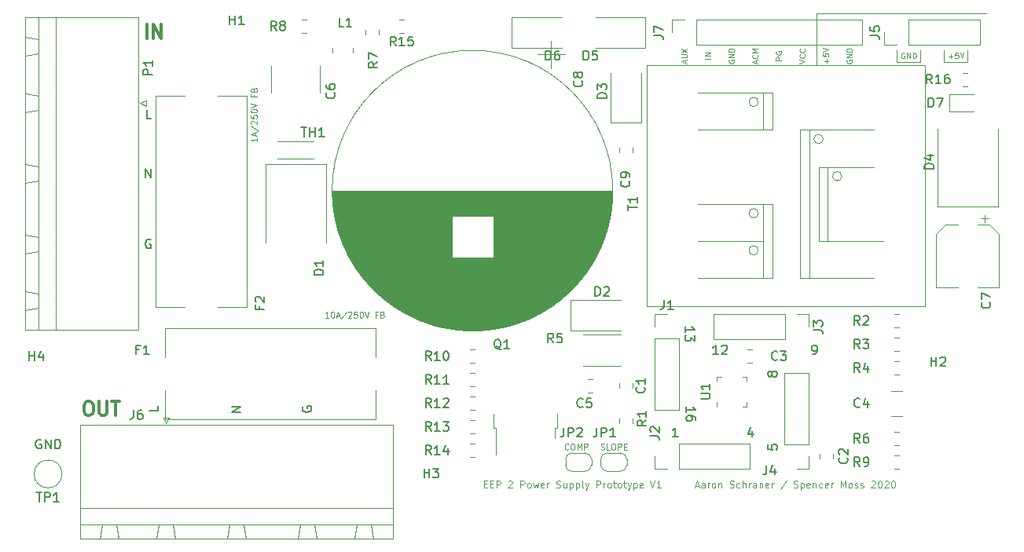
<source format=gbr>
G04 #@! TF.GenerationSoftware,KiCad,Pcbnew,5.1.5*
G04 #@! TF.CreationDate,2020-04-03T19:56:18-07:00*
G04 #@! TF.ProjectId,EEP_2,4545505f-322e-46b6-9963-61645f706362,rev?*
G04 #@! TF.SameCoordinates,Original*
G04 #@! TF.FileFunction,Legend,Top*
G04 #@! TF.FilePolarity,Positive*
%FSLAX46Y46*%
G04 Gerber Fmt 4.6, Leading zero omitted, Abs format (unit mm)*
G04 Created by KiCad (PCBNEW 5.1.5) date 2020-04-03 19:56:18*
%MOMM*%
%LPD*%
G04 APERTURE LIST*
%ADD10C,0.120000*%
%ADD11C,0.100000*%
%ADD12C,0.150000*%
%ADD13C,0.300000*%
G04 APERTURE END LIST*
D10*
X114300000Y-53975000D02*
X114300000Y-52705000D01*
X111760000Y-53975000D02*
X114300000Y-53975000D01*
X111760000Y-52705000D02*
X111760000Y-53975000D01*
X119380000Y-53975000D02*
X119380000Y-52705000D01*
X116840000Y-53975000D02*
X119380000Y-53975000D01*
X116840000Y-52705000D02*
X116840000Y-53975000D01*
D11*
X76380285Y-95736142D02*
X76349333Y-95767095D01*
X76256476Y-95798047D01*
X76194571Y-95798047D01*
X76101714Y-95767095D01*
X76039809Y-95705190D01*
X76008857Y-95643285D01*
X75977904Y-95519476D01*
X75977904Y-95426619D01*
X76008857Y-95302809D01*
X76039809Y-95240904D01*
X76101714Y-95179000D01*
X76194571Y-95148047D01*
X76256476Y-95148047D01*
X76349333Y-95179000D01*
X76380285Y-95209952D01*
X76782666Y-95148047D02*
X76906476Y-95148047D01*
X76968380Y-95179000D01*
X77030285Y-95240904D01*
X77061238Y-95364714D01*
X77061238Y-95581380D01*
X77030285Y-95705190D01*
X76968380Y-95767095D01*
X76906476Y-95798047D01*
X76782666Y-95798047D01*
X76720761Y-95767095D01*
X76658857Y-95705190D01*
X76627904Y-95581380D01*
X76627904Y-95364714D01*
X76658857Y-95240904D01*
X76720761Y-95179000D01*
X76782666Y-95148047D01*
X77339809Y-95798047D02*
X77339809Y-95148047D01*
X77556476Y-95612333D01*
X77773142Y-95148047D01*
X77773142Y-95798047D01*
X78082666Y-95798047D02*
X78082666Y-95148047D01*
X78330285Y-95148047D01*
X78392190Y-95179000D01*
X78423142Y-95209952D01*
X78454095Y-95271857D01*
X78454095Y-95364714D01*
X78423142Y-95426619D01*
X78392190Y-95457571D01*
X78330285Y-95488523D01*
X78082666Y-95488523D01*
X79871666Y-95767095D02*
X79964523Y-95798047D01*
X80119285Y-95798047D01*
X80181190Y-95767095D01*
X80212142Y-95736142D01*
X80243095Y-95674238D01*
X80243095Y-95612333D01*
X80212142Y-95550428D01*
X80181190Y-95519476D01*
X80119285Y-95488523D01*
X79995476Y-95457571D01*
X79933571Y-95426619D01*
X79902619Y-95395666D01*
X79871666Y-95333761D01*
X79871666Y-95271857D01*
X79902619Y-95209952D01*
X79933571Y-95179000D01*
X79995476Y-95148047D01*
X80150238Y-95148047D01*
X80243095Y-95179000D01*
X80831190Y-95798047D02*
X80521666Y-95798047D01*
X80521666Y-95148047D01*
X81171666Y-95148047D02*
X81295476Y-95148047D01*
X81357380Y-95179000D01*
X81419285Y-95240904D01*
X81450238Y-95364714D01*
X81450238Y-95581380D01*
X81419285Y-95705190D01*
X81357380Y-95767095D01*
X81295476Y-95798047D01*
X81171666Y-95798047D01*
X81109761Y-95767095D01*
X81047857Y-95705190D01*
X81016904Y-95581380D01*
X81016904Y-95364714D01*
X81047857Y-95240904D01*
X81109761Y-95179000D01*
X81171666Y-95148047D01*
X81728809Y-95798047D02*
X81728809Y-95148047D01*
X81976428Y-95148047D01*
X82038333Y-95179000D01*
X82069285Y-95209952D01*
X82100238Y-95271857D01*
X82100238Y-95364714D01*
X82069285Y-95426619D01*
X82038333Y-95457571D01*
X81976428Y-95488523D01*
X81728809Y-95488523D01*
X82378809Y-95457571D02*
X82595476Y-95457571D01*
X82688333Y-95798047D02*
X82378809Y-95798047D01*
X82378809Y-95148047D01*
X82688333Y-95148047D01*
D12*
X89082619Y-91757523D02*
X89082619Y-91186095D01*
X89082619Y-91471809D02*
X90082619Y-91471809D01*
X89939761Y-91376571D01*
X89844523Y-91281333D01*
X89796904Y-91186095D01*
X90082619Y-92614666D02*
X90082619Y-92424190D01*
X90035000Y-92328952D01*
X89987380Y-92281333D01*
X89844523Y-92186095D01*
X89654047Y-92138476D01*
X89273095Y-92138476D01*
X89177857Y-92186095D01*
X89130238Y-92233714D01*
X89082619Y-92328952D01*
X89082619Y-92519428D01*
X89130238Y-92614666D01*
X89177857Y-92662285D01*
X89273095Y-92709904D01*
X89511190Y-92709904D01*
X89606428Y-92662285D01*
X89654047Y-92614666D01*
X89701666Y-92519428D01*
X89701666Y-92328952D01*
X89654047Y-92233714D01*
X89606428Y-92186095D01*
X89511190Y-92138476D01*
X88955619Y-83121523D02*
X88955619Y-82550095D01*
X88955619Y-82835809D02*
X89955619Y-82835809D01*
X89812761Y-82740571D01*
X89717523Y-82645333D01*
X89669904Y-82550095D01*
X89955619Y-83454857D02*
X89955619Y-84073904D01*
X89574666Y-83740571D01*
X89574666Y-83883428D01*
X89527047Y-83978666D01*
X89479428Y-84026285D01*
X89384190Y-84073904D01*
X89146095Y-84073904D01*
X89050857Y-84026285D01*
X89003238Y-83978666D01*
X88955619Y-83883428D01*
X88955619Y-83597714D01*
X89003238Y-83502476D01*
X89050857Y-83454857D01*
X92519523Y-85542380D02*
X91948095Y-85542380D01*
X92233809Y-85542380D02*
X92233809Y-84542380D01*
X92138571Y-84685238D01*
X92043333Y-84780476D01*
X91948095Y-84828095D01*
X92900476Y-84637619D02*
X92948095Y-84590000D01*
X93043333Y-84542380D01*
X93281428Y-84542380D01*
X93376666Y-84590000D01*
X93424285Y-84637619D01*
X93471904Y-84732857D01*
X93471904Y-84828095D01*
X93424285Y-84970952D01*
X92852857Y-85542380D01*
X93471904Y-85542380D01*
X102679523Y-85542380D02*
X102870000Y-85542380D01*
X102965238Y-85494761D01*
X103012857Y-85447142D01*
X103108095Y-85304285D01*
X103155714Y-85113809D01*
X103155714Y-84732857D01*
X103108095Y-84637619D01*
X103060476Y-84590000D01*
X102965238Y-84542380D01*
X102774761Y-84542380D01*
X102679523Y-84590000D01*
X102631904Y-84637619D01*
X102584285Y-84732857D01*
X102584285Y-84970952D01*
X102631904Y-85066190D01*
X102679523Y-85113809D01*
X102774761Y-85161428D01*
X102965238Y-85161428D01*
X103060476Y-85113809D01*
X103108095Y-85066190D01*
X103155714Y-84970952D01*
X98305952Y-87725238D02*
X98258333Y-87820476D01*
X98210714Y-87868095D01*
X98115476Y-87915714D01*
X98067857Y-87915714D01*
X97972619Y-87868095D01*
X97925000Y-87820476D01*
X97877380Y-87725238D01*
X97877380Y-87534761D01*
X97925000Y-87439523D01*
X97972619Y-87391904D01*
X98067857Y-87344285D01*
X98115476Y-87344285D01*
X98210714Y-87391904D01*
X98258333Y-87439523D01*
X98305952Y-87534761D01*
X98305952Y-87725238D01*
X98353571Y-87820476D01*
X98401190Y-87868095D01*
X98496428Y-87915714D01*
X98686904Y-87915714D01*
X98782142Y-87868095D01*
X98829761Y-87820476D01*
X98877380Y-87725238D01*
X98877380Y-87534761D01*
X98829761Y-87439523D01*
X98782142Y-87391904D01*
X98686904Y-87344285D01*
X98496428Y-87344285D01*
X98401190Y-87391904D01*
X98353571Y-87439523D01*
X98305952Y-87534761D01*
X97877380Y-95265904D02*
X97877380Y-95742095D01*
X98353571Y-95789714D01*
X98305952Y-95742095D01*
X98258333Y-95646857D01*
X98258333Y-95408761D01*
X98305952Y-95313523D01*
X98353571Y-95265904D01*
X98448809Y-95218285D01*
X98686904Y-95218285D01*
X98782142Y-95265904D01*
X98829761Y-95313523D01*
X98877380Y-95408761D01*
X98877380Y-95646857D01*
X98829761Y-95742095D01*
X98782142Y-95789714D01*
X96202476Y-93765714D02*
X96202476Y-94432380D01*
X95964380Y-93384761D02*
X95726285Y-94099047D01*
X96345333Y-94099047D01*
X88169714Y-94432380D02*
X87598285Y-94432380D01*
X87884000Y-94432380D02*
X87884000Y-93432380D01*
X87788761Y-93575238D01*
X87693523Y-93670476D01*
X87598285Y-93718095D01*
D11*
X42839047Y-62181666D02*
X42839047Y-62553095D01*
X42839047Y-62367380D02*
X42189047Y-62367380D01*
X42281904Y-62429285D01*
X42343809Y-62491190D01*
X42374761Y-62553095D01*
X42653333Y-61934047D02*
X42653333Y-61624523D01*
X42839047Y-61995952D02*
X42189047Y-61779285D01*
X42839047Y-61562619D01*
X42158095Y-60881666D02*
X42993809Y-61438809D01*
X42250952Y-60695952D02*
X42220000Y-60665000D01*
X42189047Y-60603095D01*
X42189047Y-60448333D01*
X42220000Y-60386428D01*
X42250952Y-60355476D01*
X42312857Y-60324523D01*
X42374761Y-60324523D01*
X42467619Y-60355476D01*
X42839047Y-60726904D01*
X42839047Y-60324523D01*
X42189047Y-59736428D02*
X42189047Y-60045952D01*
X42498571Y-60076904D01*
X42467619Y-60045952D01*
X42436666Y-59984047D01*
X42436666Y-59829285D01*
X42467619Y-59767380D01*
X42498571Y-59736428D01*
X42560476Y-59705476D01*
X42715238Y-59705476D01*
X42777142Y-59736428D01*
X42808095Y-59767380D01*
X42839047Y-59829285D01*
X42839047Y-59984047D01*
X42808095Y-60045952D01*
X42777142Y-60076904D01*
X42189047Y-59303095D02*
X42189047Y-59241190D01*
X42220000Y-59179285D01*
X42250952Y-59148333D01*
X42312857Y-59117380D01*
X42436666Y-59086428D01*
X42591428Y-59086428D01*
X42715238Y-59117380D01*
X42777142Y-59148333D01*
X42808095Y-59179285D01*
X42839047Y-59241190D01*
X42839047Y-59303095D01*
X42808095Y-59365000D01*
X42777142Y-59395952D01*
X42715238Y-59426904D01*
X42591428Y-59457857D01*
X42436666Y-59457857D01*
X42312857Y-59426904D01*
X42250952Y-59395952D01*
X42220000Y-59365000D01*
X42189047Y-59303095D01*
X42189047Y-58900714D02*
X42839047Y-58684047D01*
X42189047Y-58467380D01*
X42498571Y-57538809D02*
X42498571Y-57755476D01*
X42839047Y-57755476D02*
X42189047Y-57755476D01*
X42189047Y-57445952D01*
X42498571Y-56981666D02*
X42529523Y-56888809D01*
X42560476Y-56857857D01*
X42622380Y-56826904D01*
X42715238Y-56826904D01*
X42777142Y-56857857D01*
X42808095Y-56888809D01*
X42839047Y-56950714D01*
X42839047Y-57198333D01*
X42189047Y-57198333D01*
X42189047Y-56981666D01*
X42220000Y-56919761D01*
X42250952Y-56888809D01*
X42312857Y-56857857D01*
X42374761Y-56857857D01*
X42436666Y-56888809D01*
X42467619Y-56919761D01*
X42498571Y-56981666D01*
X42498571Y-57198333D01*
X50538809Y-81574047D02*
X50167380Y-81574047D01*
X50353095Y-81574047D02*
X50353095Y-80924047D01*
X50291190Y-81016904D01*
X50229285Y-81078809D01*
X50167380Y-81109761D01*
X50941190Y-80924047D02*
X51003095Y-80924047D01*
X51065000Y-80955000D01*
X51095952Y-80985952D01*
X51126904Y-81047857D01*
X51157857Y-81171666D01*
X51157857Y-81326428D01*
X51126904Y-81450238D01*
X51095952Y-81512142D01*
X51065000Y-81543095D01*
X51003095Y-81574047D01*
X50941190Y-81574047D01*
X50879285Y-81543095D01*
X50848333Y-81512142D01*
X50817380Y-81450238D01*
X50786428Y-81326428D01*
X50786428Y-81171666D01*
X50817380Y-81047857D01*
X50848333Y-80985952D01*
X50879285Y-80955000D01*
X50941190Y-80924047D01*
X51405476Y-81388333D02*
X51715000Y-81388333D01*
X51343571Y-81574047D02*
X51560238Y-80924047D01*
X51776904Y-81574047D01*
X52457857Y-80893095D02*
X51900714Y-81728809D01*
X52643571Y-80985952D02*
X52674523Y-80955000D01*
X52736428Y-80924047D01*
X52891190Y-80924047D01*
X52953095Y-80955000D01*
X52984047Y-80985952D01*
X53015000Y-81047857D01*
X53015000Y-81109761D01*
X52984047Y-81202619D01*
X52612619Y-81574047D01*
X53015000Y-81574047D01*
X53603095Y-80924047D02*
X53293571Y-80924047D01*
X53262619Y-81233571D01*
X53293571Y-81202619D01*
X53355476Y-81171666D01*
X53510238Y-81171666D01*
X53572142Y-81202619D01*
X53603095Y-81233571D01*
X53634047Y-81295476D01*
X53634047Y-81450238D01*
X53603095Y-81512142D01*
X53572142Y-81543095D01*
X53510238Y-81574047D01*
X53355476Y-81574047D01*
X53293571Y-81543095D01*
X53262619Y-81512142D01*
X54036428Y-80924047D02*
X54098333Y-80924047D01*
X54160238Y-80955000D01*
X54191190Y-80985952D01*
X54222142Y-81047857D01*
X54253095Y-81171666D01*
X54253095Y-81326428D01*
X54222142Y-81450238D01*
X54191190Y-81512142D01*
X54160238Y-81543095D01*
X54098333Y-81574047D01*
X54036428Y-81574047D01*
X53974523Y-81543095D01*
X53943571Y-81512142D01*
X53912619Y-81450238D01*
X53881666Y-81326428D01*
X53881666Y-81171666D01*
X53912619Y-81047857D01*
X53943571Y-80985952D01*
X53974523Y-80955000D01*
X54036428Y-80924047D01*
X54438809Y-80924047D02*
X54655476Y-81574047D01*
X54872142Y-80924047D01*
X55800714Y-81233571D02*
X55584047Y-81233571D01*
X55584047Y-81574047D02*
X55584047Y-80924047D01*
X55893571Y-80924047D01*
X56357857Y-81233571D02*
X56450714Y-81264523D01*
X56481666Y-81295476D01*
X56512619Y-81357380D01*
X56512619Y-81450238D01*
X56481666Y-81512142D01*
X56450714Y-81543095D01*
X56388809Y-81574047D01*
X56141190Y-81574047D01*
X56141190Y-80924047D01*
X56357857Y-80924047D01*
X56419761Y-80955000D01*
X56450714Y-80985952D01*
X56481666Y-81047857D01*
X56481666Y-81109761D01*
X56450714Y-81171666D01*
X56419761Y-81202619D01*
X56357857Y-81233571D01*
X56141190Y-81233571D01*
X67265142Y-99514428D02*
X67515142Y-99514428D01*
X67622285Y-99907285D02*
X67265142Y-99907285D01*
X67265142Y-99157285D01*
X67622285Y-99157285D01*
X67943714Y-99514428D02*
X68193714Y-99514428D01*
X68300857Y-99907285D02*
X67943714Y-99907285D01*
X67943714Y-99157285D01*
X68300857Y-99157285D01*
X68622285Y-99907285D02*
X68622285Y-99157285D01*
X68908000Y-99157285D01*
X68979428Y-99193000D01*
X69015142Y-99228714D01*
X69050857Y-99300142D01*
X69050857Y-99407285D01*
X69015142Y-99478714D01*
X68979428Y-99514428D01*
X68908000Y-99550142D01*
X68622285Y-99550142D01*
X69908000Y-99228714D02*
X69943714Y-99193000D01*
X70015142Y-99157285D01*
X70193714Y-99157285D01*
X70265142Y-99193000D01*
X70300857Y-99228714D01*
X70336571Y-99300142D01*
X70336571Y-99371571D01*
X70300857Y-99478714D01*
X69872285Y-99907285D01*
X70336571Y-99907285D01*
X71229428Y-99907285D02*
X71229428Y-99157285D01*
X71515142Y-99157285D01*
X71586571Y-99193000D01*
X71622285Y-99228714D01*
X71658000Y-99300142D01*
X71658000Y-99407285D01*
X71622285Y-99478714D01*
X71586571Y-99514428D01*
X71515142Y-99550142D01*
X71229428Y-99550142D01*
X72086571Y-99907285D02*
X72015142Y-99871571D01*
X71979428Y-99835857D01*
X71943714Y-99764428D01*
X71943714Y-99550142D01*
X71979428Y-99478714D01*
X72015142Y-99443000D01*
X72086571Y-99407285D01*
X72193714Y-99407285D01*
X72265142Y-99443000D01*
X72300857Y-99478714D01*
X72336571Y-99550142D01*
X72336571Y-99764428D01*
X72300857Y-99835857D01*
X72265142Y-99871571D01*
X72193714Y-99907285D01*
X72086571Y-99907285D01*
X72586571Y-99407285D02*
X72729428Y-99907285D01*
X72872285Y-99550142D01*
X73015142Y-99907285D01*
X73158000Y-99407285D01*
X73729428Y-99871571D02*
X73658000Y-99907285D01*
X73515142Y-99907285D01*
X73443714Y-99871571D01*
X73408000Y-99800142D01*
X73408000Y-99514428D01*
X73443714Y-99443000D01*
X73515142Y-99407285D01*
X73658000Y-99407285D01*
X73729428Y-99443000D01*
X73765142Y-99514428D01*
X73765142Y-99585857D01*
X73408000Y-99657285D01*
X74086571Y-99907285D02*
X74086571Y-99407285D01*
X74086571Y-99550142D02*
X74122285Y-99478714D01*
X74158000Y-99443000D01*
X74229428Y-99407285D01*
X74300857Y-99407285D01*
X75086571Y-99871571D02*
X75193714Y-99907285D01*
X75372285Y-99907285D01*
X75443714Y-99871571D01*
X75479428Y-99835857D01*
X75515142Y-99764428D01*
X75515142Y-99693000D01*
X75479428Y-99621571D01*
X75443714Y-99585857D01*
X75372285Y-99550142D01*
X75229428Y-99514428D01*
X75158000Y-99478714D01*
X75122285Y-99443000D01*
X75086571Y-99371571D01*
X75086571Y-99300142D01*
X75122285Y-99228714D01*
X75158000Y-99193000D01*
X75229428Y-99157285D01*
X75408000Y-99157285D01*
X75515142Y-99193000D01*
X76158000Y-99407285D02*
X76158000Y-99907285D01*
X75836571Y-99407285D02*
X75836571Y-99800142D01*
X75872285Y-99871571D01*
X75943714Y-99907285D01*
X76050857Y-99907285D01*
X76122285Y-99871571D01*
X76158000Y-99835857D01*
X76515142Y-99407285D02*
X76515142Y-100157285D01*
X76515142Y-99443000D02*
X76586571Y-99407285D01*
X76729428Y-99407285D01*
X76800857Y-99443000D01*
X76836571Y-99478714D01*
X76872285Y-99550142D01*
X76872285Y-99764428D01*
X76836571Y-99835857D01*
X76800857Y-99871571D01*
X76729428Y-99907285D01*
X76586571Y-99907285D01*
X76515142Y-99871571D01*
X77193714Y-99407285D02*
X77193714Y-100157285D01*
X77193714Y-99443000D02*
X77265142Y-99407285D01*
X77408000Y-99407285D01*
X77479428Y-99443000D01*
X77515142Y-99478714D01*
X77550857Y-99550142D01*
X77550857Y-99764428D01*
X77515142Y-99835857D01*
X77479428Y-99871571D01*
X77408000Y-99907285D01*
X77265142Y-99907285D01*
X77193714Y-99871571D01*
X77979428Y-99907285D02*
X77908000Y-99871571D01*
X77872285Y-99800142D01*
X77872285Y-99157285D01*
X78193714Y-99407285D02*
X78372285Y-99907285D01*
X78550857Y-99407285D02*
X78372285Y-99907285D01*
X78300857Y-100085857D01*
X78265142Y-100121571D01*
X78193714Y-100157285D01*
X79408000Y-99907285D02*
X79408000Y-99157285D01*
X79693714Y-99157285D01*
X79765142Y-99193000D01*
X79800857Y-99228714D01*
X79836571Y-99300142D01*
X79836571Y-99407285D01*
X79800857Y-99478714D01*
X79765142Y-99514428D01*
X79693714Y-99550142D01*
X79408000Y-99550142D01*
X80158000Y-99907285D02*
X80158000Y-99407285D01*
X80158000Y-99550142D02*
X80193714Y-99478714D01*
X80229428Y-99443000D01*
X80300857Y-99407285D01*
X80372285Y-99407285D01*
X80729428Y-99907285D02*
X80658000Y-99871571D01*
X80622285Y-99835857D01*
X80586571Y-99764428D01*
X80586571Y-99550142D01*
X80622285Y-99478714D01*
X80658000Y-99443000D01*
X80729428Y-99407285D01*
X80836571Y-99407285D01*
X80908000Y-99443000D01*
X80943714Y-99478714D01*
X80979428Y-99550142D01*
X80979428Y-99764428D01*
X80943714Y-99835857D01*
X80908000Y-99871571D01*
X80836571Y-99907285D01*
X80729428Y-99907285D01*
X81193714Y-99407285D02*
X81479428Y-99407285D01*
X81300857Y-99157285D02*
X81300857Y-99800142D01*
X81336571Y-99871571D01*
X81408000Y-99907285D01*
X81479428Y-99907285D01*
X81836571Y-99907285D02*
X81765142Y-99871571D01*
X81729428Y-99835857D01*
X81693714Y-99764428D01*
X81693714Y-99550142D01*
X81729428Y-99478714D01*
X81765142Y-99443000D01*
X81836571Y-99407285D01*
X81943714Y-99407285D01*
X82015142Y-99443000D01*
X82050857Y-99478714D01*
X82086571Y-99550142D01*
X82086571Y-99764428D01*
X82050857Y-99835857D01*
X82015142Y-99871571D01*
X81943714Y-99907285D01*
X81836571Y-99907285D01*
X82300857Y-99407285D02*
X82586571Y-99407285D01*
X82408000Y-99157285D02*
X82408000Y-99800142D01*
X82443714Y-99871571D01*
X82515142Y-99907285D01*
X82586571Y-99907285D01*
X82765142Y-99407285D02*
X82943714Y-99907285D01*
X83122285Y-99407285D02*
X82943714Y-99907285D01*
X82872285Y-100085857D01*
X82836571Y-100121571D01*
X82765142Y-100157285D01*
X83408000Y-99407285D02*
X83408000Y-100157285D01*
X83408000Y-99443000D02*
X83479428Y-99407285D01*
X83622285Y-99407285D01*
X83693714Y-99443000D01*
X83729428Y-99478714D01*
X83765142Y-99550142D01*
X83765142Y-99764428D01*
X83729428Y-99835857D01*
X83693714Y-99871571D01*
X83622285Y-99907285D01*
X83479428Y-99907285D01*
X83408000Y-99871571D01*
X84372285Y-99871571D02*
X84300857Y-99907285D01*
X84158000Y-99907285D01*
X84086571Y-99871571D01*
X84050857Y-99800142D01*
X84050857Y-99514428D01*
X84086571Y-99443000D01*
X84158000Y-99407285D01*
X84300857Y-99407285D01*
X84372285Y-99443000D01*
X84408000Y-99514428D01*
X84408000Y-99585857D01*
X84050857Y-99657285D01*
X85193714Y-99157285D02*
X85443714Y-99907285D01*
X85693714Y-99157285D01*
X86336571Y-99907285D02*
X85908000Y-99907285D01*
X86122285Y-99907285D02*
X86122285Y-99157285D01*
X86050857Y-99264428D01*
X85979428Y-99335857D01*
X85908000Y-99371571D01*
X90050857Y-99693000D02*
X90408000Y-99693000D01*
X89979428Y-99907285D02*
X90229428Y-99157285D01*
X90479428Y-99907285D01*
X91050857Y-99907285D02*
X91050857Y-99514428D01*
X91015142Y-99443000D01*
X90943714Y-99407285D01*
X90800857Y-99407285D01*
X90729428Y-99443000D01*
X91050857Y-99871571D02*
X90979428Y-99907285D01*
X90800857Y-99907285D01*
X90729428Y-99871571D01*
X90693714Y-99800142D01*
X90693714Y-99728714D01*
X90729428Y-99657285D01*
X90800857Y-99621571D01*
X90979428Y-99621571D01*
X91050857Y-99585857D01*
X91408000Y-99907285D02*
X91408000Y-99407285D01*
X91408000Y-99550142D02*
X91443714Y-99478714D01*
X91479428Y-99443000D01*
X91550857Y-99407285D01*
X91622285Y-99407285D01*
X91979428Y-99907285D02*
X91908000Y-99871571D01*
X91872285Y-99835857D01*
X91836571Y-99764428D01*
X91836571Y-99550142D01*
X91872285Y-99478714D01*
X91908000Y-99443000D01*
X91979428Y-99407285D01*
X92086571Y-99407285D01*
X92158000Y-99443000D01*
X92193714Y-99478714D01*
X92229428Y-99550142D01*
X92229428Y-99764428D01*
X92193714Y-99835857D01*
X92158000Y-99871571D01*
X92086571Y-99907285D01*
X91979428Y-99907285D01*
X92550857Y-99407285D02*
X92550857Y-99907285D01*
X92550857Y-99478714D02*
X92586571Y-99443000D01*
X92658000Y-99407285D01*
X92765142Y-99407285D01*
X92836571Y-99443000D01*
X92872285Y-99514428D01*
X92872285Y-99907285D01*
X93765142Y-99871571D02*
X93872285Y-99907285D01*
X94050857Y-99907285D01*
X94122285Y-99871571D01*
X94158000Y-99835857D01*
X94193714Y-99764428D01*
X94193714Y-99693000D01*
X94158000Y-99621571D01*
X94122285Y-99585857D01*
X94050857Y-99550142D01*
X93908000Y-99514428D01*
X93836571Y-99478714D01*
X93800857Y-99443000D01*
X93765142Y-99371571D01*
X93765142Y-99300142D01*
X93800857Y-99228714D01*
X93836571Y-99193000D01*
X93908000Y-99157285D01*
X94086571Y-99157285D01*
X94193714Y-99193000D01*
X94836571Y-99871571D02*
X94765142Y-99907285D01*
X94622285Y-99907285D01*
X94550857Y-99871571D01*
X94515142Y-99835857D01*
X94479428Y-99764428D01*
X94479428Y-99550142D01*
X94515142Y-99478714D01*
X94550857Y-99443000D01*
X94622285Y-99407285D01*
X94765142Y-99407285D01*
X94836571Y-99443000D01*
X95158000Y-99907285D02*
X95158000Y-99157285D01*
X95479428Y-99907285D02*
X95479428Y-99514428D01*
X95443714Y-99443000D01*
X95372285Y-99407285D01*
X95265142Y-99407285D01*
X95193714Y-99443000D01*
X95158000Y-99478714D01*
X95836571Y-99907285D02*
X95836571Y-99407285D01*
X95836571Y-99550142D02*
X95872285Y-99478714D01*
X95908000Y-99443000D01*
X95979428Y-99407285D01*
X96050857Y-99407285D01*
X96622285Y-99907285D02*
X96622285Y-99514428D01*
X96586571Y-99443000D01*
X96515142Y-99407285D01*
X96372285Y-99407285D01*
X96300857Y-99443000D01*
X96622285Y-99871571D02*
X96550857Y-99907285D01*
X96372285Y-99907285D01*
X96300857Y-99871571D01*
X96265142Y-99800142D01*
X96265142Y-99728714D01*
X96300857Y-99657285D01*
X96372285Y-99621571D01*
X96550857Y-99621571D01*
X96622285Y-99585857D01*
X96979428Y-99407285D02*
X96979428Y-99907285D01*
X96979428Y-99478714D02*
X97015142Y-99443000D01*
X97086571Y-99407285D01*
X97193714Y-99407285D01*
X97265142Y-99443000D01*
X97300857Y-99514428D01*
X97300857Y-99907285D01*
X97943714Y-99871571D02*
X97872285Y-99907285D01*
X97729428Y-99907285D01*
X97658000Y-99871571D01*
X97622285Y-99800142D01*
X97622285Y-99514428D01*
X97658000Y-99443000D01*
X97729428Y-99407285D01*
X97872285Y-99407285D01*
X97943714Y-99443000D01*
X97979428Y-99514428D01*
X97979428Y-99585857D01*
X97622285Y-99657285D01*
X98300857Y-99907285D02*
X98300857Y-99407285D01*
X98300857Y-99550142D02*
X98336571Y-99478714D01*
X98372285Y-99443000D01*
X98443714Y-99407285D01*
X98515142Y-99407285D01*
X99872285Y-99121571D02*
X99229428Y-100085857D01*
X100658000Y-99871571D02*
X100765142Y-99907285D01*
X100943714Y-99907285D01*
X101015142Y-99871571D01*
X101050857Y-99835857D01*
X101086571Y-99764428D01*
X101086571Y-99693000D01*
X101050857Y-99621571D01*
X101015142Y-99585857D01*
X100943714Y-99550142D01*
X100800857Y-99514428D01*
X100729428Y-99478714D01*
X100693714Y-99443000D01*
X100658000Y-99371571D01*
X100658000Y-99300142D01*
X100693714Y-99228714D01*
X100729428Y-99193000D01*
X100800857Y-99157285D01*
X100979428Y-99157285D01*
X101086571Y-99193000D01*
X101408000Y-99407285D02*
X101408000Y-100157285D01*
X101408000Y-99443000D02*
X101479428Y-99407285D01*
X101622285Y-99407285D01*
X101693714Y-99443000D01*
X101729428Y-99478714D01*
X101765142Y-99550142D01*
X101765142Y-99764428D01*
X101729428Y-99835857D01*
X101693714Y-99871571D01*
X101622285Y-99907285D01*
X101479428Y-99907285D01*
X101408000Y-99871571D01*
X102372285Y-99871571D02*
X102300857Y-99907285D01*
X102158000Y-99907285D01*
X102086571Y-99871571D01*
X102050857Y-99800142D01*
X102050857Y-99514428D01*
X102086571Y-99443000D01*
X102158000Y-99407285D01*
X102300857Y-99407285D01*
X102372285Y-99443000D01*
X102408000Y-99514428D01*
X102408000Y-99585857D01*
X102050857Y-99657285D01*
X102729428Y-99407285D02*
X102729428Y-99907285D01*
X102729428Y-99478714D02*
X102765142Y-99443000D01*
X102836571Y-99407285D01*
X102943714Y-99407285D01*
X103015142Y-99443000D01*
X103050857Y-99514428D01*
X103050857Y-99907285D01*
X103729428Y-99871571D02*
X103658000Y-99907285D01*
X103515142Y-99907285D01*
X103443714Y-99871571D01*
X103408000Y-99835857D01*
X103372285Y-99764428D01*
X103372285Y-99550142D01*
X103408000Y-99478714D01*
X103443714Y-99443000D01*
X103515142Y-99407285D01*
X103658000Y-99407285D01*
X103729428Y-99443000D01*
X104336571Y-99871571D02*
X104265142Y-99907285D01*
X104122285Y-99907285D01*
X104050857Y-99871571D01*
X104015142Y-99800142D01*
X104015142Y-99514428D01*
X104050857Y-99443000D01*
X104122285Y-99407285D01*
X104265142Y-99407285D01*
X104336571Y-99443000D01*
X104372285Y-99514428D01*
X104372285Y-99585857D01*
X104015142Y-99657285D01*
X104693714Y-99907285D02*
X104693714Y-99407285D01*
X104693714Y-99550142D02*
X104729428Y-99478714D01*
X104765142Y-99443000D01*
X104836571Y-99407285D01*
X104908000Y-99407285D01*
X105729428Y-99907285D02*
X105729428Y-99157285D01*
X105979428Y-99693000D01*
X106229428Y-99157285D01*
X106229428Y-99907285D01*
X106693714Y-99907285D02*
X106622285Y-99871571D01*
X106586571Y-99835857D01*
X106550857Y-99764428D01*
X106550857Y-99550142D01*
X106586571Y-99478714D01*
X106622285Y-99443000D01*
X106693714Y-99407285D01*
X106800857Y-99407285D01*
X106872285Y-99443000D01*
X106908000Y-99478714D01*
X106943714Y-99550142D01*
X106943714Y-99764428D01*
X106908000Y-99835857D01*
X106872285Y-99871571D01*
X106800857Y-99907285D01*
X106693714Y-99907285D01*
X107229428Y-99871571D02*
X107300857Y-99907285D01*
X107443714Y-99907285D01*
X107515142Y-99871571D01*
X107550857Y-99800142D01*
X107550857Y-99764428D01*
X107515142Y-99693000D01*
X107443714Y-99657285D01*
X107336571Y-99657285D01*
X107265142Y-99621571D01*
X107229428Y-99550142D01*
X107229428Y-99514428D01*
X107265142Y-99443000D01*
X107336571Y-99407285D01*
X107443714Y-99407285D01*
X107515142Y-99443000D01*
X107836571Y-99871571D02*
X107908000Y-99907285D01*
X108050857Y-99907285D01*
X108122285Y-99871571D01*
X108158000Y-99800142D01*
X108158000Y-99764428D01*
X108122285Y-99693000D01*
X108050857Y-99657285D01*
X107943714Y-99657285D01*
X107872285Y-99621571D01*
X107836571Y-99550142D01*
X107836571Y-99514428D01*
X107872285Y-99443000D01*
X107943714Y-99407285D01*
X108050857Y-99407285D01*
X108122285Y-99443000D01*
X109015142Y-99228714D02*
X109050857Y-99193000D01*
X109122285Y-99157285D01*
X109300857Y-99157285D01*
X109372285Y-99193000D01*
X109408000Y-99228714D01*
X109443714Y-99300142D01*
X109443714Y-99371571D01*
X109408000Y-99478714D01*
X108979428Y-99907285D01*
X109443714Y-99907285D01*
X109908000Y-99157285D02*
X109979428Y-99157285D01*
X110050857Y-99193000D01*
X110086571Y-99228714D01*
X110122285Y-99300142D01*
X110158000Y-99443000D01*
X110158000Y-99621571D01*
X110122285Y-99764428D01*
X110086571Y-99835857D01*
X110050857Y-99871571D01*
X109979428Y-99907285D01*
X109908000Y-99907285D01*
X109836571Y-99871571D01*
X109800857Y-99835857D01*
X109765142Y-99764428D01*
X109729428Y-99621571D01*
X109729428Y-99443000D01*
X109765142Y-99300142D01*
X109800857Y-99228714D01*
X109836571Y-99193000D01*
X109908000Y-99157285D01*
X110443714Y-99228714D02*
X110479428Y-99193000D01*
X110550857Y-99157285D01*
X110729428Y-99157285D01*
X110800857Y-99193000D01*
X110836571Y-99228714D01*
X110872285Y-99300142D01*
X110872285Y-99371571D01*
X110836571Y-99478714D01*
X110408000Y-99907285D01*
X110872285Y-99907285D01*
X111336571Y-99157285D02*
X111408000Y-99157285D01*
X111479428Y-99193000D01*
X111515142Y-99228714D01*
X111550857Y-99300142D01*
X111586571Y-99443000D01*
X111586571Y-99621571D01*
X111550857Y-99764428D01*
X111515142Y-99835857D01*
X111479428Y-99871571D01*
X111408000Y-99907285D01*
X111336571Y-99907285D01*
X111265142Y-99871571D01*
X111229428Y-99835857D01*
X111193714Y-99764428D01*
X111158000Y-99621571D01*
X111158000Y-99443000D01*
X111193714Y-99300142D01*
X111229428Y-99228714D01*
X111265142Y-99193000D01*
X111336571Y-99157285D01*
D10*
X103124000Y-48768000D02*
X121412000Y-48768000D01*
X103124000Y-54356000D02*
X103124000Y-48768000D01*
D11*
X112572857Y-53040000D02*
X112515714Y-53011428D01*
X112430000Y-53011428D01*
X112344285Y-53040000D01*
X112287142Y-53097142D01*
X112258571Y-53154285D01*
X112230000Y-53268571D01*
X112230000Y-53354285D01*
X112258571Y-53468571D01*
X112287142Y-53525714D01*
X112344285Y-53582857D01*
X112430000Y-53611428D01*
X112487142Y-53611428D01*
X112572857Y-53582857D01*
X112601428Y-53554285D01*
X112601428Y-53354285D01*
X112487142Y-53354285D01*
X112858571Y-53611428D02*
X112858571Y-53011428D01*
X113201428Y-53611428D01*
X113201428Y-53011428D01*
X113487142Y-53611428D02*
X113487142Y-53011428D01*
X113630000Y-53011428D01*
X113715714Y-53040000D01*
X113772857Y-53097142D01*
X113801428Y-53154285D01*
X113830000Y-53268571D01*
X113830000Y-53354285D01*
X113801428Y-53468571D01*
X113772857Y-53525714D01*
X113715714Y-53582857D01*
X113630000Y-53611428D01*
X113487142Y-53611428D01*
X117338571Y-53382857D02*
X117795714Y-53382857D01*
X117567142Y-53611428D02*
X117567142Y-53154285D01*
X118367142Y-53011428D02*
X118081428Y-53011428D01*
X118052857Y-53297142D01*
X118081428Y-53268571D01*
X118138571Y-53240000D01*
X118281428Y-53240000D01*
X118338571Y-53268571D01*
X118367142Y-53297142D01*
X118395714Y-53354285D01*
X118395714Y-53497142D01*
X118367142Y-53554285D01*
X118338571Y-53582857D01*
X118281428Y-53611428D01*
X118138571Y-53611428D01*
X118081428Y-53582857D01*
X118052857Y-53554285D01*
X118567142Y-53011428D02*
X118767142Y-53611428D01*
X118967142Y-53011428D01*
X106380000Y-53797142D02*
X106351428Y-53854285D01*
X106351428Y-53940000D01*
X106380000Y-54025714D01*
X106437142Y-54082857D01*
X106494285Y-54111428D01*
X106608571Y-54140000D01*
X106694285Y-54140000D01*
X106808571Y-54111428D01*
X106865714Y-54082857D01*
X106922857Y-54025714D01*
X106951428Y-53940000D01*
X106951428Y-53882857D01*
X106922857Y-53797142D01*
X106894285Y-53768571D01*
X106694285Y-53768571D01*
X106694285Y-53882857D01*
X106951428Y-53511428D02*
X106351428Y-53511428D01*
X106951428Y-53168571D01*
X106351428Y-53168571D01*
X106951428Y-52882857D02*
X106351428Y-52882857D01*
X106351428Y-52740000D01*
X106380000Y-52654285D01*
X106437142Y-52597142D01*
X106494285Y-52568571D01*
X106608571Y-52540000D01*
X106694285Y-52540000D01*
X106808571Y-52568571D01*
X106865714Y-52597142D01*
X106922857Y-52654285D01*
X106951428Y-52740000D01*
X106951428Y-52882857D01*
X104182857Y-54111428D02*
X104182857Y-53654285D01*
X104411428Y-53882857D02*
X103954285Y-53882857D01*
X103811428Y-53082857D02*
X103811428Y-53368571D01*
X104097142Y-53397142D01*
X104068571Y-53368571D01*
X104040000Y-53311428D01*
X104040000Y-53168571D01*
X104068571Y-53111428D01*
X104097142Y-53082857D01*
X104154285Y-53054285D01*
X104297142Y-53054285D01*
X104354285Y-53082857D01*
X104382857Y-53111428D01*
X104411428Y-53168571D01*
X104411428Y-53311428D01*
X104382857Y-53368571D01*
X104354285Y-53397142D01*
X103811428Y-52882857D02*
X104411428Y-52682857D01*
X103811428Y-52482857D01*
X101271428Y-54140000D02*
X101871428Y-53940000D01*
X101271428Y-53740000D01*
X101814285Y-53197142D02*
X101842857Y-53225714D01*
X101871428Y-53311428D01*
X101871428Y-53368571D01*
X101842857Y-53454285D01*
X101785714Y-53511428D01*
X101728571Y-53540000D01*
X101614285Y-53568571D01*
X101528571Y-53568571D01*
X101414285Y-53540000D01*
X101357142Y-53511428D01*
X101300000Y-53454285D01*
X101271428Y-53368571D01*
X101271428Y-53311428D01*
X101300000Y-53225714D01*
X101328571Y-53197142D01*
X101814285Y-52597142D02*
X101842857Y-52625714D01*
X101871428Y-52711428D01*
X101871428Y-52768571D01*
X101842857Y-52854285D01*
X101785714Y-52911428D01*
X101728571Y-52940000D01*
X101614285Y-52968571D01*
X101528571Y-52968571D01*
X101414285Y-52940000D01*
X101357142Y-52911428D01*
X101300000Y-52854285D01*
X101271428Y-52768571D01*
X101271428Y-52711428D01*
X101300000Y-52625714D01*
X101328571Y-52597142D01*
X99331428Y-53797142D02*
X98731428Y-53797142D01*
X98731428Y-53568571D01*
X98760000Y-53511428D01*
X98788571Y-53482857D01*
X98845714Y-53454285D01*
X98931428Y-53454285D01*
X98988571Y-53482857D01*
X99017142Y-53511428D01*
X99045714Y-53568571D01*
X99045714Y-53797142D01*
X98760000Y-52882857D02*
X98731428Y-52940000D01*
X98731428Y-53025714D01*
X98760000Y-53111428D01*
X98817142Y-53168571D01*
X98874285Y-53197142D01*
X98988571Y-53225714D01*
X99074285Y-53225714D01*
X99188571Y-53197142D01*
X99245714Y-53168571D01*
X99302857Y-53111428D01*
X99331428Y-53025714D01*
X99331428Y-52968571D01*
X99302857Y-52882857D01*
X99274285Y-52854285D01*
X99074285Y-52854285D01*
X99074285Y-52968571D01*
X96620000Y-54125714D02*
X96620000Y-53840000D01*
X96791428Y-54182857D02*
X96191428Y-53982857D01*
X96791428Y-53782857D01*
X96734285Y-53240000D02*
X96762857Y-53268571D01*
X96791428Y-53354285D01*
X96791428Y-53411428D01*
X96762857Y-53497142D01*
X96705714Y-53554285D01*
X96648571Y-53582857D01*
X96534285Y-53611428D01*
X96448571Y-53611428D01*
X96334285Y-53582857D01*
X96277142Y-53554285D01*
X96220000Y-53497142D01*
X96191428Y-53411428D01*
X96191428Y-53354285D01*
X96220000Y-53268571D01*
X96248571Y-53240000D01*
X96791428Y-52982857D02*
X96191428Y-52982857D01*
X96620000Y-52782857D01*
X96191428Y-52582857D01*
X96791428Y-52582857D01*
X93680000Y-53797142D02*
X93651428Y-53854285D01*
X93651428Y-53940000D01*
X93680000Y-54025714D01*
X93737142Y-54082857D01*
X93794285Y-54111428D01*
X93908571Y-54140000D01*
X93994285Y-54140000D01*
X94108571Y-54111428D01*
X94165714Y-54082857D01*
X94222857Y-54025714D01*
X94251428Y-53940000D01*
X94251428Y-53882857D01*
X94222857Y-53797142D01*
X94194285Y-53768571D01*
X93994285Y-53768571D01*
X93994285Y-53882857D01*
X94251428Y-53511428D02*
X93651428Y-53511428D01*
X94251428Y-53168571D01*
X93651428Y-53168571D01*
X94251428Y-52882857D02*
X93651428Y-52882857D01*
X93651428Y-52740000D01*
X93680000Y-52654285D01*
X93737142Y-52597142D01*
X93794285Y-52568571D01*
X93908571Y-52540000D01*
X93994285Y-52540000D01*
X94108571Y-52568571D01*
X94165714Y-52597142D01*
X94222857Y-52654285D01*
X94251428Y-52740000D01*
X94251428Y-52882857D01*
X91711428Y-53654285D02*
X91111428Y-53654285D01*
X91711428Y-53368571D02*
X91111428Y-53368571D01*
X91711428Y-53025714D01*
X91111428Y-53025714D01*
X89000000Y-54082857D02*
X89000000Y-53797142D01*
X89171428Y-54140000D02*
X88571428Y-53940000D01*
X89171428Y-53740000D01*
X88571428Y-53540000D02*
X89057142Y-53540000D01*
X89114285Y-53511428D01*
X89142857Y-53482857D01*
X89171428Y-53425714D01*
X89171428Y-53311428D01*
X89142857Y-53254285D01*
X89114285Y-53225714D01*
X89057142Y-53197142D01*
X88571428Y-53197142D01*
X88571428Y-52968571D02*
X89171428Y-52568571D01*
X88571428Y-52568571D02*
X89171428Y-52968571D01*
D12*
X19558095Y-94750000D02*
X19462857Y-94702380D01*
X19320000Y-94702380D01*
X19177142Y-94750000D01*
X19081904Y-94845238D01*
X19034285Y-94940476D01*
X18986666Y-95130952D01*
X18986666Y-95273809D01*
X19034285Y-95464285D01*
X19081904Y-95559523D01*
X19177142Y-95654761D01*
X19320000Y-95702380D01*
X19415238Y-95702380D01*
X19558095Y-95654761D01*
X19605714Y-95607142D01*
X19605714Y-95273809D01*
X19415238Y-95273809D01*
X20034285Y-95702380D02*
X20034285Y-94702380D01*
X20605714Y-95702380D01*
X20605714Y-94702380D01*
X21081904Y-95702380D02*
X21081904Y-94702380D01*
X21320000Y-94702380D01*
X21462857Y-94750000D01*
X21558095Y-94845238D01*
X21605714Y-94940476D01*
X21653333Y-95130952D01*
X21653333Y-95273809D01*
X21605714Y-95464285D01*
X21558095Y-95559523D01*
X21462857Y-95654761D01*
X21320000Y-95702380D01*
X21081904Y-95702380D01*
D13*
X24535000Y-90618571D02*
X24820714Y-90618571D01*
X24963571Y-90690000D01*
X25106428Y-90832857D01*
X25177857Y-91118571D01*
X25177857Y-91618571D01*
X25106428Y-91904285D01*
X24963571Y-92047142D01*
X24820714Y-92118571D01*
X24535000Y-92118571D01*
X24392142Y-92047142D01*
X24249285Y-91904285D01*
X24177857Y-91618571D01*
X24177857Y-91118571D01*
X24249285Y-90832857D01*
X24392142Y-90690000D01*
X24535000Y-90618571D01*
X25820714Y-90618571D02*
X25820714Y-91832857D01*
X25892142Y-91975714D01*
X25963571Y-92047142D01*
X26106428Y-92118571D01*
X26392142Y-92118571D01*
X26535000Y-92047142D01*
X26606428Y-91975714D01*
X26677857Y-91832857D01*
X26677857Y-90618571D01*
X27177857Y-90618571D02*
X28035000Y-90618571D01*
X27606428Y-92118571D02*
X27606428Y-90618571D01*
D12*
X31424523Y-60142380D02*
X30948333Y-60142380D01*
X30948333Y-59142380D01*
X30829285Y-66492380D02*
X30829285Y-65492380D01*
X31400714Y-66492380D01*
X31400714Y-65492380D01*
X31376904Y-73160000D02*
X31281666Y-73112380D01*
X31138809Y-73112380D01*
X30995952Y-73160000D01*
X30900714Y-73255238D01*
X30853095Y-73350476D01*
X30805476Y-73540952D01*
X30805476Y-73683809D01*
X30853095Y-73874285D01*
X30900714Y-73969523D01*
X30995952Y-74064761D01*
X31138809Y-74112380D01*
X31234047Y-74112380D01*
X31376904Y-74064761D01*
X31424523Y-74017142D01*
X31424523Y-73683809D01*
X31234047Y-73683809D01*
X47760000Y-91178095D02*
X47712380Y-91273333D01*
X47712380Y-91416190D01*
X47760000Y-91559047D01*
X47855238Y-91654285D01*
X47950476Y-91701904D01*
X48140952Y-91749523D01*
X48283809Y-91749523D01*
X48474285Y-91701904D01*
X48569523Y-91654285D01*
X48664761Y-91559047D01*
X48712380Y-91416190D01*
X48712380Y-91320952D01*
X48664761Y-91178095D01*
X48617142Y-91130476D01*
X48283809Y-91130476D01*
X48283809Y-91320952D01*
X41092380Y-91725714D02*
X40092380Y-91725714D01*
X41092380Y-91154285D01*
X40092380Y-91154285D01*
X32202380Y-91130476D02*
X32202380Y-91606666D01*
X31202380Y-91606666D01*
D13*
X30964285Y-51478571D02*
X30964285Y-49978571D01*
X31678571Y-51478571D02*
X31678571Y-49978571D01*
X32535714Y-51478571D01*
X32535714Y-49978571D01*
D10*
X43740000Y-65050000D02*
X50240000Y-65050000D01*
X43740000Y-65050000D02*
X43740000Y-73450000D01*
X50240000Y-65050000D02*
X50240000Y-73450000D01*
X83260000Y-88641422D02*
X83260000Y-89158578D01*
X81840000Y-88641422D02*
X81840000Y-89158578D01*
X104850000Y-96778578D02*
X104850000Y-96261422D01*
X103430000Y-96778578D02*
X103430000Y-96261422D01*
X95626422Y-85015000D02*
X96143578Y-85015000D01*
X95626422Y-86435000D02*
X96143578Y-86435000D01*
X111157936Y-89445000D02*
X112362064Y-89445000D01*
X111157936Y-92165000D02*
X112362064Y-92165000D01*
X78481422Y-88190000D02*
X78998578Y-88190000D01*
X78481422Y-89610000D02*
X78998578Y-89610000D01*
X44380000Y-57295748D02*
X44380000Y-54464252D01*
X49600000Y-57295748D02*
X49600000Y-54464252D01*
X115970000Y-78340000D02*
X118320000Y-78340000D01*
X122790000Y-78340000D02*
X120440000Y-78340000D01*
X122790000Y-72584437D02*
X122790000Y-78340000D01*
X115970000Y-72584437D02*
X115970000Y-78340000D01*
X117034437Y-71520000D02*
X118320000Y-71520000D01*
X121725563Y-71520000D02*
X120440000Y-71520000D01*
X121725563Y-71520000D02*
X122790000Y-72584437D01*
X117034437Y-71520000D02*
X115970000Y-72584437D01*
X121227500Y-70492500D02*
X121227500Y-71280000D01*
X121621250Y-70886250D02*
X120833750Y-70886250D01*
X81160000Y-67865000D02*
G75*
G03X81160000Y-67865000I-15120000J0D01*
G01*
X81121000Y-67865000D02*
X50959000Y-67865000D01*
X81120000Y-67905000D02*
X50960000Y-67905000D01*
X81120000Y-67945000D02*
X50960000Y-67945000D01*
X81120000Y-67985000D02*
X50960000Y-67985000D01*
X81120000Y-68025000D02*
X50960000Y-68025000D01*
X81119000Y-68065000D02*
X50961000Y-68065000D01*
X81119000Y-68105000D02*
X50961000Y-68105000D01*
X81118000Y-68145000D02*
X50962000Y-68145000D01*
X81117000Y-68185000D02*
X50963000Y-68185000D01*
X81116000Y-68225000D02*
X50964000Y-68225000D01*
X81115000Y-68265000D02*
X50965000Y-68265000D01*
X81114000Y-68305000D02*
X50966000Y-68305000D01*
X81113000Y-68345000D02*
X50967000Y-68345000D01*
X81112000Y-68385000D02*
X50968000Y-68385000D01*
X81110000Y-68425000D02*
X50970000Y-68425000D01*
X81109000Y-68465000D02*
X50971000Y-68465000D01*
X81107000Y-68505000D02*
X50973000Y-68505000D01*
X81105000Y-68545000D02*
X50975000Y-68545000D01*
X81103000Y-68586000D02*
X50977000Y-68586000D01*
X81101000Y-68626000D02*
X50979000Y-68626000D01*
X81099000Y-68666000D02*
X50981000Y-68666000D01*
X81097000Y-68706000D02*
X50983000Y-68706000D01*
X81095000Y-68746000D02*
X50985000Y-68746000D01*
X81092000Y-68786000D02*
X50988000Y-68786000D01*
X81090000Y-68826000D02*
X50990000Y-68826000D01*
X81087000Y-68866000D02*
X50993000Y-68866000D01*
X81085000Y-68906000D02*
X50995000Y-68906000D01*
X81082000Y-68946000D02*
X50998000Y-68946000D01*
X81079000Y-68986000D02*
X51001000Y-68986000D01*
X81076000Y-69026000D02*
X51004000Y-69026000D01*
X81073000Y-69066000D02*
X51007000Y-69066000D01*
X81070000Y-69106000D02*
X51010000Y-69106000D01*
X81066000Y-69146000D02*
X51014000Y-69146000D01*
X81063000Y-69186000D02*
X51017000Y-69186000D01*
X81059000Y-69226000D02*
X51021000Y-69226000D01*
X81056000Y-69266000D02*
X51024000Y-69266000D01*
X81052000Y-69306000D02*
X51028000Y-69306000D01*
X81048000Y-69346000D02*
X51032000Y-69346000D01*
X81044000Y-69386000D02*
X51036000Y-69386000D01*
X81040000Y-69426000D02*
X51040000Y-69426000D01*
X81036000Y-69466000D02*
X51044000Y-69466000D01*
X81031000Y-69506000D02*
X51049000Y-69506000D01*
X81027000Y-69546000D02*
X51053000Y-69546000D01*
X81022000Y-69586000D02*
X51058000Y-69586000D01*
X81018000Y-69626000D02*
X51062000Y-69626000D01*
X81013000Y-69666000D02*
X51067000Y-69666000D01*
X81008000Y-69706000D02*
X51072000Y-69706000D01*
X81003000Y-69746000D02*
X51077000Y-69746000D01*
X80998000Y-69786000D02*
X51082000Y-69786000D01*
X80993000Y-69826000D02*
X51087000Y-69826000D01*
X80988000Y-69866000D02*
X51092000Y-69866000D01*
X80982000Y-69906000D02*
X51098000Y-69906000D01*
X80977000Y-69946000D02*
X51103000Y-69946000D01*
X80971000Y-69986000D02*
X51109000Y-69986000D01*
X80965000Y-70026000D02*
X51115000Y-70026000D01*
X80960000Y-70066000D02*
X51120000Y-70066000D01*
X80954000Y-70106000D02*
X51126000Y-70106000D01*
X80948000Y-70146000D02*
X51132000Y-70146000D01*
X80941000Y-70186000D02*
X51139000Y-70186000D01*
X80935000Y-70226000D02*
X51145000Y-70226000D01*
X80929000Y-70266000D02*
X51151000Y-70266000D01*
X80922000Y-70306000D02*
X51158000Y-70306000D01*
X80916000Y-70346000D02*
X51164000Y-70346000D01*
X80909000Y-70386000D02*
X51171000Y-70386000D01*
X80902000Y-70426000D02*
X51178000Y-70426000D01*
X80895000Y-70466000D02*
X51185000Y-70466000D01*
X80888000Y-70506000D02*
X51192000Y-70506000D01*
X80881000Y-70546000D02*
X51199000Y-70546000D01*
X80874000Y-70586000D02*
X51206000Y-70586000D01*
X80866000Y-70626000D02*
X68280000Y-70626000D01*
X63800000Y-70626000D02*
X51214000Y-70626000D01*
X80859000Y-70666000D02*
X68280000Y-70666000D01*
X63800000Y-70666000D02*
X51221000Y-70666000D01*
X80851000Y-70706000D02*
X68280000Y-70706000D01*
X63800000Y-70706000D02*
X51229000Y-70706000D01*
X80844000Y-70746000D02*
X68280000Y-70746000D01*
X63800000Y-70746000D02*
X51236000Y-70746000D01*
X80836000Y-70786000D02*
X68280000Y-70786000D01*
X63800000Y-70786000D02*
X51244000Y-70786000D01*
X80828000Y-70826000D02*
X68280000Y-70826000D01*
X63800000Y-70826000D02*
X51252000Y-70826000D01*
X80820000Y-70866000D02*
X68280000Y-70866000D01*
X63800000Y-70866000D02*
X51260000Y-70866000D01*
X80812000Y-70906000D02*
X68280000Y-70906000D01*
X63800000Y-70906000D02*
X51268000Y-70906000D01*
X80803000Y-70946000D02*
X68280000Y-70946000D01*
X63800000Y-70946000D02*
X51277000Y-70946000D01*
X80795000Y-70986000D02*
X68280000Y-70986000D01*
X63800000Y-70986000D02*
X51285000Y-70986000D01*
X80787000Y-71026000D02*
X68280000Y-71026000D01*
X63800000Y-71026000D02*
X51293000Y-71026000D01*
X80778000Y-71066000D02*
X68280000Y-71066000D01*
X63800000Y-71066000D02*
X51302000Y-71066000D01*
X80769000Y-71106000D02*
X68280000Y-71106000D01*
X63800000Y-71106000D02*
X51311000Y-71106000D01*
X80760000Y-71146000D02*
X68280000Y-71146000D01*
X63800000Y-71146000D02*
X51320000Y-71146000D01*
X80751000Y-71186000D02*
X68280000Y-71186000D01*
X63800000Y-71186000D02*
X51329000Y-71186000D01*
X80742000Y-71226000D02*
X68280000Y-71226000D01*
X63800000Y-71226000D02*
X51338000Y-71226000D01*
X80733000Y-71266000D02*
X68280000Y-71266000D01*
X63800000Y-71266000D02*
X51347000Y-71266000D01*
X80724000Y-71306000D02*
X68280000Y-71306000D01*
X63800000Y-71306000D02*
X51356000Y-71306000D01*
X80715000Y-71346000D02*
X68280000Y-71346000D01*
X63800000Y-71346000D02*
X51365000Y-71346000D01*
X80705000Y-71386000D02*
X68280000Y-71386000D01*
X63800000Y-71386000D02*
X51375000Y-71386000D01*
X80695000Y-71426000D02*
X68280000Y-71426000D01*
X63800000Y-71426000D02*
X51385000Y-71426000D01*
X80686000Y-71466000D02*
X68280000Y-71466000D01*
X63800000Y-71466000D02*
X51394000Y-71466000D01*
X80676000Y-71506000D02*
X68280000Y-71506000D01*
X63800000Y-71506000D02*
X51404000Y-71506000D01*
X80666000Y-71546000D02*
X68280000Y-71546000D01*
X63800000Y-71546000D02*
X51414000Y-71546000D01*
X80656000Y-71586000D02*
X68280000Y-71586000D01*
X63800000Y-71586000D02*
X51424000Y-71586000D01*
X80646000Y-71626000D02*
X68280000Y-71626000D01*
X63800000Y-71626000D02*
X51434000Y-71626000D01*
X80635000Y-71666000D02*
X68280000Y-71666000D01*
X63800000Y-71666000D02*
X51445000Y-71666000D01*
X80625000Y-71706000D02*
X68280000Y-71706000D01*
X63800000Y-71706000D02*
X51455000Y-71706000D01*
X80614000Y-71746000D02*
X68280000Y-71746000D01*
X63800000Y-71746000D02*
X51466000Y-71746000D01*
X80604000Y-71786000D02*
X68280000Y-71786000D01*
X63800000Y-71786000D02*
X51476000Y-71786000D01*
X80593000Y-71826000D02*
X68280000Y-71826000D01*
X63800000Y-71826000D02*
X51487000Y-71826000D01*
X80582000Y-71866000D02*
X68280000Y-71866000D01*
X63800000Y-71866000D02*
X51498000Y-71866000D01*
X80571000Y-71906000D02*
X68280000Y-71906000D01*
X63800000Y-71906000D02*
X51509000Y-71906000D01*
X80560000Y-71946000D02*
X68280000Y-71946000D01*
X63800000Y-71946000D02*
X51520000Y-71946000D01*
X80548000Y-71986000D02*
X68280000Y-71986000D01*
X63800000Y-71986000D02*
X51532000Y-71986000D01*
X80537000Y-72026000D02*
X68280000Y-72026000D01*
X63800000Y-72026000D02*
X51543000Y-72026000D01*
X80525000Y-72066000D02*
X68280000Y-72066000D01*
X63800000Y-72066000D02*
X51555000Y-72066000D01*
X80514000Y-72106000D02*
X68280000Y-72106000D01*
X63800000Y-72106000D02*
X51566000Y-72106000D01*
X80502000Y-72146000D02*
X68280000Y-72146000D01*
X63800000Y-72146000D02*
X51578000Y-72146000D01*
X80490000Y-72186000D02*
X68280000Y-72186000D01*
X63800000Y-72186000D02*
X51590000Y-72186000D01*
X80478000Y-72226000D02*
X68280000Y-72226000D01*
X63800000Y-72226000D02*
X51602000Y-72226000D01*
X80466000Y-72266000D02*
X68280000Y-72266000D01*
X63800000Y-72266000D02*
X51614000Y-72266000D01*
X80454000Y-72306000D02*
X68280000Y-72306000D01*
X63800000Y-72306000D02*
X51626000Y-72306000D01*
X80442000Y-72346000D02*
X68280000Y-72346000D01*
X63800000Y-72346000D02*
X51638000Y-72346000D01*
X80429000Y-72386000D02*
X68280000Y-72386000D01*
X63800000Y-72386000D02*
X51651000Y-72386000D01*
X80416000Y-72426000D02*
X68280000Y-72426000D01*
X63800000Y-72426000D02*
X51664000Y-72426000D01*
X80404000Y-72466000D02*
X68280000Y-72466000D01*
X63800000Y-72466000D02*
X51676000Y-72466000D01*
X80391000Y-72506000D02*
X68280000Y-72506000D01*
X63800000Y-72506000D02*
X51689000Y-72506000D01*
X80378000Y-72546000D02*
X68280000Y-72546000D01*
X63800000Y-72546000D02*
X51702000Y-72546000D01*
X80365000Y-72586000D02*
X68280000Y-72586000D01*
X63800000Y-72586000D02*
X51715000Y-72586000D01*
X80352000Y-72626000D02*
X68280000Y-72626000D01*
X63800000Y-72626000D02*
X51728000Y-72626000D01*
X80338000Y-72666000D02*
X68280000Y-72666000D01*
X63800000Y-72666000D02*
X51742000Y-72666000D01*
X80325000Y-72706000D02*
X68280000Y-72706000D01*
X63800000Y-72706000D02*
X51755000Y-72706000D01*
X80311000Y-72746000D02*
X68280000Y-72746000D01*
X63800000Y-72746000D02*
X51769000Y-72746000D01*
X80298000Y-72786000D02*
X68280000Y-72786000D01*
X63800000Y-72786000D02*
X51782000Y-72786000D01*
X80284000Y-72826000D02*
X68280000Y-72826000D01*
X63800000Y-72826000D02*
X51796000Y-72826000D01*
X80270000Y-72866000D02*
X68280000Y-72866000D01*
X63800000Y-72866000D02*
X51810000Y-72866000D01*
X80256000Y-72906000D02*
X68280000Y-72906000D01*
X63800000Y-72906000D02*
X51824000Y-72906000D01*
X80242000Y-72946000D02*
X68280000Y-72946000D01*
X63800000Y-72946000D02*
X51838000Y-72946000D01*
X80227000Y-72986000D02*
X68280000Y-72986000D01*
X63800000Y-72986000D02*
X51853000Y-72986000D01*
X80213000Y-73026000D02*
X68280000Y-73026000D01*
X63800000Y-73026000D02*
X51867000Y-73026000D01*
X80198000Y-73066000D02*
X68280000Y-73066000D01*
X63800000Y-73066000D02*
X51882000Y-73066000D01*
X80183000Y-73106000D02*
X68280000Y-73106000D01*
X63800000Y-73106000D02*
X51897000Y-73106000D01*
X80169000Y-73146000D02*
X68280000Y-73146000D01*
X63800000Y-73146000D02*
X51911000Y-73146000D01*
X80154000Y-73186000D02*
X68280000Y-73186000D01*
X63800000Y-73186000D02*
X51926000Y-73186000D01*
X80139000Y-73226000D02*
X68280000Y-73226000D01*
X63800000Y-73226000D02*
X51941000Y-73226000D01*
X80123000Y-73266000D02*
X68280000Y-73266000D01*
X63800000Y-73266000D02*
X51957000Y-73266000D01*
X80108000Y-73306000D02*
X68280000Y-73306000D01*
X63800000Y-73306000D02*
X51972000Y-73306000D01*
X80092000Y-73346000D02*
X68280000Y-73346000D01*
X63800000Y-73346000D02*
X51988000Y-73346000D01*
X80077000Y-73386000D02*
X68280000Y-73386000D01*
X63800000Y-73386000D02*
X52003000Y-73386000D01*
X80061000Y-73426000D02*
X68280000Y-73426000D01*
X63800000Y-73426000D02*
X52019000Y-73426000D01*
X80045000Y-73466000D02*
X68280000Y-73466000D01*
X63800000Y-73466000D02*
X52035000Y-73466000D01*
X80029000Y-73506000D02*
X68280000Y-73506000D01*
X63800000Y-73506000D02*
X52051000Y-73506000D01*
X80013000Y-73546000D02*
X68280000Y-73546000D01*
X63800000Y-73546000D02*
X52067000Y-73546000D01*
X79997000Y-73586000D02*
X68280000Y-73586000D01*
X63800000Y-73586000D02*
X52083000Y-73586000D01*
X79980000Y-73626000D02*
X68280000Y-73626000D01*
X63800000Y-73626000D02*
X52100000Y-73626000D01*
X79964000Y-73666000D02*
X68280000Y-73666000D01*
X63800000Y-73666000D02*
X52116000Y-73666000D01*
X79947000Y-73706000D02*
X68280000Y-73706000D01*
X63800000Y-73706000D02*
X52133000Y-73706000D01*
X79930000Y-73746000D02*
X68280000Y-73746000D01*
X63800000Y-73746000D02*
X52150000Y-73746000D01*
X79913000Y-73786000D02*
X68280000Y-73786000D01*
X63800000Y-73786000D02*
X52167000Y-73786000D01*
X79896000Y-73826000D02*
X68280000Y-73826000D01*
X63800000Y-73826000D02*
X52184000Y-73826000D01*
X79879000Y-73866000D02*
X68280000Y-73866000D01*
X63800000Y-73866000D02*
X52201000Y-73866000D01*
X79862000Y-73906000D02*
X68280000Y-73906000D01*
X63800000Y-73906000D02*
X52218000Y-73906000D01*
X79844000Y-73946000D02*
X68280000Y-73946000D01*
X63800000Y-73946000D02*
X52236000Y-73946000D01*
X79827000Y-73986000D02*
X68280000Y-73986000D01*
X63800000Y-73986000D02*
X52253000Y-73986000D01*
X79809000Y-74026000D02*
X68280000Y-74026000D01*
X63800000Y-74026000D02*
X52271000Y-74026000D01*
X79791000Y-74066000D02*
X68280000Y-74066000D01*
X63800000Y-74066000D02*
X52289000Y-74066000D01*
X79773000Y-74106000D02*
X68280000Y-74106000D01*
X63800000Y-74106000D02*
X52307000Y-74106000D01*
X79755000Y-74146000D02*
X68280000Y-74146000D01*
X63800000Y-74146000D02*
X52325000Y-74146000D01*
X79736000Y-74186000D02*
X68280000Y-74186000D01*
X63800000Y-74186000D02*
X52344000Y-74186000D01*
X79718000Y-74226000D02*
X68280000Y-74226000D01*
X63800000Y-74226000D02*
X52362000Y-74226000D01*
X79699000Y-74266000D02*
X68280000Y-74266000D01*
X63800000Y-74266000D02*
X52381000Y-74266000D01*
X79680000Y-74306000D02*
X68280000Y-74306000D01*
X63800000Y-74306000D02*
X52400000Y-74306000D01*
X79662000Y-74346000D02*
X68280000Y-74346000D01*
X63800000Y-74346000D02*
X52418000Y-74346000D01*
X79642000Y-74386000D02*
X68280000Y-74386000D01*
X63800000Y-74386000D02*
X52438000Y-74386000D01*
X79623000Y-74426000D02*
X68280000Y-74426000D01*
X63800000Y-74426000D02*
X52457000Y-74426000D01*
X79604000Y-74466000D02*
X68280000Y-74466000D01*
X63800000Y-74466000D02*
X52476000Y-74466000D01*
X79584000Y-74506000D02*
X68280000Y-74506000D01*
X63800000Y-74506000D02*
X52496000Y-74506000D01*
X79565000Y-74546000D02*
X68280000Y-74546000D01*
X63800000Y-74546000D02*
X52515000Y-74546000D01*
X79545000Y-74586000D02*
X68280000Y-74586000D01*
X63800000Y-74586000D02*
X52535000Y-74586000D01*
X79525000Y-74626000D02*
X68280000Y-74626000D01*
X63800000Y-74626000D02*
X52555000Y-74626000D01*
X79505000Y-74666000D02*
X68280000Y-74666000D01*
X63800000Y-74666000D02*
X52575000Y-74666000D01*
X79485000Y-74706000D02*
X68280000Y-74706000D01*
X63800000Y-74706000D02*
X52595000Y-74706000D01*
X79465000Y-74746000D02*
X68280000Y-74746000D01*
X63800000Y-74746000D02*
X52615000Y-74746000D01*
X79444000Y-74786000D02*
X68280000Y-74786000D01*
X63800000Y-74786000D02*
X52636000Y-74786000D01*
X79423000Y-74826000D02*
X68280000Y-74826000D01*
X63800000Y-74826000D02*
X52657000Y-74826000D01*
X79403000Y-74866000D02*
X68280000Y-74866000D01*
X63800000Y-74866000D02*
X52677000Y-74866000D01*
X79382000Y-74906000D02*
X68280000Y-74906000D01*
X63800000Y-74906000D02*
X52698000Y-74906000D01*
X79360000Y-74946000D02*
X68280000Y-74946000D01*
X63800000Y-74946000D02*
X52720000Y-74946000D01*
X79339000Y-74986000D02*
X68280000Y-74986000D01*
X63800000Y-74986000D02*
X52741000Y-74986000D01*
X79318000Y-75026000D02*
X68280000Y-75026000D01*
X63800000Y-75026000D02*
X52762000Y-75026000D01*
X79296000Y-75066000D02*
X68280000Y-75066000D01*
X63800000Y-75066000D02*
X52784000Y-75066000D01*
X79274000Y-75106000D02*
X52806000Y-75106000D01*
X79253000Y-75146000D02*
X52827000Y-75146000D01*
X79230000Y-75186000D02*
X52850000Y-75186000D01*
X79208000Y-75226000D02*
X52872000Y-75226000D01*
X79186000Y-75266000D02*
X52894000Y-75266000D01*
X79163000Y-75306000D02*
X52917000Y-75306000D01*
X79141000Y-75346000D02*
X52939000Y-75346000D01*
X79118000Y-75386000D02*
X52962000Y-75386000D01*
X79095000Y-75426000D02*
X52985000Y-75426000D01*
X79072000Y-75466000D02*
X53008000Y-75466000D01*
X79048000Y-75506000D02*
X53032000Y-75506000D01*
X79025000Y-75546000D02*
X53055000Y-75546000D01*
X79001000Y-75586000D02*
X53079000Y-75586000D01*
X78977000Y-75626000D02*
X53103000Y-75626000D01*
X78953000Y-75666000D02*
X53127000Y-75666000D01*
X78929000Y-75706000D02*
X53151000Y-75706000D01*
X78905000Y-75746000D02*
X53175000Y-75746000D01*
X78880000Y-75786000D02*
X53200000Y-75786000D01*
X78856000Y-75826000D02*
X53224000Y-75826000D01*
X78831000Y-75866000D02*
X53249000Y-75866000D01*
X78806000Y-75906000D02*
X53274000Y-75906000D01*
X78780000Y-75946000D02*
X53300000Y-75946000D01*
X78755000Y-75986000D02*
X53325000Y-75986000D01*
X78730000Y-76026000D02*
X53350000Y-76026000D01*
X78704000Y-76065000D02*
X53376000Y-76065000D01*
X78678000Y-76105000D02*
X53402000Y-76105000D01*
X78652000Y-76145000D02*
X53428000Y-76145000D01*
X78626000Y-76185000D02*
X53454000Y-76185000D01*
X78599000Y-76225000D02*
X53481000Y-76225000D01*
X78572000Y-76265000D02*
X53508000Y-76265000D01*
X78546000Y-76305000D02*
X53534000Y-76305000D01*
X78519000Y-76345000D02*
X53561000Y-76345000D01*
X78491000Y-76385000D02*
X53589000Y-76385000D01*
X78464000Y-76425000D02*
X53616000Y-76425000D01*
X78437000Y-76465000D02*
X53643000Y-76465000D01*
X78409000Y-76505000D02*
X53671000Y-76505000D01*
X78381000Y-76545000D02*
X53699000Y-76545000D01*
X78353000Y-76585000D02*
X53727000Y-76585000D01*
X78324000Y-76625000D02*
X53756000Y-76625000D01*
X78296000Y-76665000D02*
X53784000Y-76665000D01*
X78267000Y-76705000D02*
X53813000Y-76705000D01*
X78238000Y-76745000D02*
X53842000Y-76745000D01*
X78209000Y-76785000D02*
X53871000Y-76785000D01*
X78180000Y-76825000D02*
X53900000Y-76825000D01*
X78150000Y-76865000D02*
X53930000Y-76865000D01*
X78120000Y-76905000D02*
X53960000Y-76905000D01*
X78090000Y-76945000D02*
X53990000Y-76945000D01*
X78060000Y-76985000D02*
X54020000Y-76985000D01*
X78030000Y-77025000D02*
X54050000Y-77025000D01*
X77999000Y-77065000D02*
X54081000Y-77065000D01*
X77969000Y-77105000D02*
X54111000Y-77105000D01*
X77938000Y-77145000D02*
X54142000Y-77145000D01*
X77906000Y-77185000D02*
X54174000Y-77185000D01*
X77875000Y-77225000D02*
X54205000Y-77225000D01*
X77843000Y-77265000D02*
X54237000Y-77265000D01*
X77812000Y-77305000D02*
X54268000Y-77305000D01*
X77779000Y-77345000D02*
X54301000Y-77345000D01*
X77747000Y-77385000D02*
X54333000Y-77385000D01*
X77715000Y-77425000D02*
X54365000Y-77425000D01*
X77682000Y-77465000D02*
X54398000Y-77465000D01*
X77649000Y-77505000D02*
X54431000Y-77505000D01*
X77616000Y-77545000D02*
X54464000Y-77545000D01*
X77582000Y-77585000D02*
X54498000Y-77585000D01*
X77549000Y-77625000D02*
X54531000Y-77625000D01*
X77515000Y-77665000D02*
X54565000Y-77665000D01*
X77480000Y-77705000D02*
X54600000Y-77705000D01*
X77446000Y-77745000D02*
X54634000Y-77745000D01*
X77411000Y-77785000D02*
X54669000Y-77785000D01*
X77376000Y-77825000D02*
X54704000Y-77825000D01*
X77341000Y-77865000D02*
X54739000Y-77865000D01*
X77306000Y-77905000D02*
X54774000Y-77905000D01*
X77270000Y-77945000D02*
X54810000Y-77945000D01*
X77234000Y-77985000D02*
X54846000Y-77985000D01*
X77198000Y-78025000D02*
X54882000Y-78025000D01*
X77162000Y-78065000D02*
X54918000Y-78065000D01*
X77125000Y-78105000D02*
X54955000Y-78105000D01*
X77088000Y-78145000D02*
X54992000Y-78145000D01*
X77051000Y-78185000D02*
X55029000Y-78185000D01*
X77013000Y-78225000D02*
X55067000Y-78225000D01*
X76976000Y-78265000D02*
X55104000Y-78265000D01*
X76938000Y-78305000D02*
X55142000Y-78305000D01*
X76899000Y-78345000D02*
X55181000Y-78345000D01*
X76861000Y-78385000D02*
X55219000Y-78385000D01*
X76822000Y-78425000D02*
X55258000Y-78425000D01*
X76783000Y-78465000D02*
X55297000Y-78465000D01*
X76743000Y-78505000D02*
X55337000Y-78505000D01*
X76703000Y-78545000D02*
X55377000Y-78545000D01*
X76663000Y-78585000D02*
X55417000Y-78585000D01*
X76623000Y-78625000D02*
X55457000Y-78625000D01*
X76582000Y-78665000D02*
X55498000Y-78665000D01*
X76541000Y-78705000D02*
X55539000Y-78705000D01*
X76500000Y-78745000D02*
X55580000Y-78745000D01*
X76458000Y-78785000D02*
X55622000Y-78785000D01*
X76416000Y-78825000D02*
X55664000Y-78825000D01*
X76374000Y-78865000D02*
X55706000Y-78865000D01*
X76332000Y-78905000D02*
X55748000Y-78905000D01*
X76289000Y-78945000D02*
X55791000Y-78945000D01*
X76245000Y-78985000D02*
X55835000Y-78985000D01*
X76202000Y-79025000D02*
X55878000Y-79025000D01*
X76158000Y-79065000D02*
X55922000Y-79065000D01*
X76114000Y-79105000D02*
X55966000Y-79105000D01*
X76069000Y-79145000D02*
X56011000Y-79145000D01*
X76024000Y-79185000D02*
X56056000Y-79185000D01*
X75979000Y-79225000D02*
X56101000Y-79225000D01*
X75933000Y-79265000D02*
X56147000Y-79265000D01*
X75887000Y-79305000D02*
X56193000Y-79305000D01*
X75840000Y-79345000D02*
X56240000Y-79345000D01*
X75794000Y-79385000D02*
X56286000Y-79385000D01*
X75746000Y-79425000D02*
X56334000Y-79425000D01*
X75699000Y-79465000D02*
X56381000Y-79465000D01*
X75651000Y-79505000D02*
X56429000Y-79505000D01*
X75602000Y-79545000D02*
X56478000Y-79545000D01*
X75553000Y-79585000D02*
X56527000Y-79585000D01*
X75504000Y-79625000D02*
X56576000Y-79625000D01*
X75454000Y-79665000D02*
X56626000Y-79665000D01*
X75404000Y-79705000D02*
X56676000Y-79705000D01*
X75354000Y-79745000D02*
X56726000Y-79745000D01*
X75303000Y-79785000D02*
X56777000Y-79785000D01*
X75251000Y-79825000D02*
X56829000Y-79825000D01*
X75199000Y-79865000D02*
X56881000Y-79865000D01*
X75147000Y-79905000D02*
X56933000Y-79905000D01*
X75094000Y-79945000D02*
X56986000Y-79945000D01*
X75040000Y-79985000D02*
X57040000Y-79985000D01*
X74987000Y-80025000D02*
X57093000Y-80025000D01*
X74932000Y-80065000D02*
X57148000Y-80065000D01*
X74877000Y-80105000D02*
X57203000Y-80105000D01*
X74822000Y-80145000D02*
X57258000Y-80145000D01*
X74766000Y-80185000D02*
X57314000Y-80185000D01*
X74709000Y-80225000D02*
X57371000Y-80225000D01*
X74652000Y-80265000D02*
X57428000Y-80265000D01*
X74595000Y-80305000D02*
X57485000Y-80305000D01*
X74537000Y-80345000D02*
X57543000Y-80345000D01*
X74478000Y-80385000D02*
X57602000Y-80385000D01*
X74418000Y-80425000D02*
X57662000Y-80425000D01*
X74358000Y-80465000D02*
X57722000Y-80465000D01*
X74298000Y-80505000D02*
X57782000Y-80505000D01*
X74237000Y-80545000D02*
X57843000Y-80545000D01*
X74175000Y-80585000D02*
X57905000Y-80585000D01*
X74112000Y-80625000D02*
X57968000Y-80625000D01*
X74049000Y-80665000D02*
X58031000Y-80665000D01*
X73985000Y-80705000D02*
X58095000Y-80705000D01*
X73920000Y-80745000D02*
X58160000Y-80745000D01*
X73855000Y-80785000D02*
X58225000Y-80785000D01*
X73788000Y-80825000D02*
X58292000Y-80825000D01*
X73722000Y-80865000D02*
X58358000Y-80865000D01*
X73654000Y-80905000D02*
X58426000Y-80905000D01*
X73585000Y-80945000D02*
X58495000Y-80945000D01*
X73516000Y-80985000D02*
X58564000Y-80985000D01*
X73446000Y-81025000D02*
X58634000Y-81025000D01*
X73374000Y-81065000D02*
X58706000Y-81065000D01*
X73302000Y-81105000D02*
X58778000Y-81105000D01*
X73229000Y-81145000D02*
X58851000Y-81145000D01*
X73155000Y-81185000D02*
X58925000Y-81185000D01*
X73080000Y-81225000D02*
X59000000Y-81225000D01*
X73004000Y-81265000D02*
X59076000Y-81265000D01*
X72927000Y-81305000D02*
X59153000Y-81305000D01*
X72849000Y-81345000D02*
X59231000Y-81345000D01*
X72770000Y-81385000D02*
X59310000Y-81385000D01*
X72689000Y-81425000D02*
X59391000Y-81425000D01*
X72608000Y-81465000D02*
X59472000Y-81465000D01*
X72525000Y-81505000D02*
X59555000Y-81505000D01*
X72440000Y-81545000D02*
X59640000Y-81545000D01*
X72355000Y-81585000D02*
X59725000Y-81585000D01*
X72268000Y-81625000D02*
X59812000Y-81625000D01*
X72179000Y-81665000D02*
X59901000Y-81665000D01*
X72089000Y-81705000D02*
X59991000Y-81705000D01*
X71997000Y-81745000D02*
X60083000Y-81745000D01*
X71904000Y-81785000D02*
X60176000Y-81785000D01*
X71808000Y-81825000D02*
X60272000Y-81825000D01*
X71711000Y-81865000D02*
X60369000Y-81865000D01*
X71612000Y-81905000D02*
X60468000Y-81905000D01*
X71511000Y-81945000D02*
X60569000Y-81945000D01*
X71408000Y-81985000D02*
X60672000Y-81985000D01*
X71302000Y-82025000D02*
X60778000Y-82025000D01*
X71194000Y-82065000D02*
X60886000Y-82065000D01*
X71083000Y-82105000D02*
X60997000Y-82105000D01*
X70970000Y-82145000D02*
X61110000Y-82145000D01*
X70854000Y-82185000D02*
X61226000Y-82185000D01*
X70734000Y-82225000D02*
X61346000Y-82225000D01*
X70611000Y-82265000D02*
X61469000Y-82265000D01*
X70484000Y-82305000D02*
X61596000Y-82305000D01*
X70353000Y-82345000D02*
X61727000Y-82345000D01*
X70218000Y-82385000D02*
X61862000Y-82385000D01*
X70077000Y-82425000D02*
X62003000Y-82425000D01*
X69932000Y-82465000D02*
X62148000Y-82465000D01*
X69780000Y-82505000D02*
X62300000Y-82505000D01*
X69622000Y-82545000D02*
X62458000Y-82545000D01*
X69455000Y-82585000D02*
X62625000Y-82585000D01*
X69280000Y-82625000D02*
X62800000Y-82625000D01*
X69095000Y-82665000D02*
X62985000Y-82665000D01*
X68897000Y-82705000D02*
X63183000Y-82705000D01*
X68684000Y-82745000D02*
X63396000Y-82745000D01*
X68452000Y-82785000D02*
X63628000Y-82785000D01*
X68194000Y-82825000D02*
X63886000Y-82825000D01*
X67902000Y-82865000D02*
X64178000Y-82865000D01*
X67554000Y-82905000D02*
X64526000Y-82905000D01*
X67100000Y-82945000D02*
X64980000Y-82945000D01*
X66080000Y-82985000D02*
X66000000Y-82985000D01*
X74515000Y-51685869D02*
X74515000Y-54685869D01*
X76015000Y-53185869D02*
X73015000Y-53185869D01*
X81840000Y-63241422D02*
X81840000Y-63758578D01*
X83260000Y-63241422D02*
X83260000Y-63758578D01*
X76610000Y-79630000D02*
X82010000Y-79630000D01*
X76610000Y-82930000D02*
X82010000Y-82930000D01*
X76610000Y-79630000D02*
X76610000Y-82930000D01*
X80900000Y-60550000D02*
X84200000Y-60550000D01*
X84200000Y-60550000D02*
X84200000Y-55150000D01*
X80900000Y-60550000D02*
X80900000Y-55150000D01*
X116130000Y-69570000D02*
X116130000Y-61170000D01*
X122630000Y-69570000D02*
X122630000Y-61170000D01*
X122630000Y-69570000D02*
X116130000Y-69570000D01*
X84680000Y-52450000D02*
X79280000Y-52450000D01*
X84680000Y-49150000D02*
X79280000Y-49150000D01*
X84680000Y-52450000D02*
X84680000Y-49150000D01*
X70260000Y-49150000D02*
X70260000Y-52450000D01*
X70260000Y-52450000D02*
X75660000Y-52450000D01*
X70260000Y-49150000D02*
X75660000Y-49150000D01*
X55630000Y-92540000D02*
X55630000Y-89380000D01*
X55630000Y-85880000D02*
X55630000Y-82720000D01*
X32910000Y-85880000D02*
X32910000Y-82720000D01*
X32910000Y-82720000D02*
X55630000Y-82720000D01*
X32910000Y-92540000D02*
X55630000Y-92540000D01*
X32910000Y-92540000D02*
X32910000Y-89380000D01*
X31920000Y-57675000D02*
X35080000Y-57675000D01*
X31920000Y-57675000D02*
X31920000Y-80395000D01*
X41740000Y-57675000D02*
X41740000Y-80395000D01*
X38580000Y-57675000D02*
X41740000Y-57675000D01*
X38580000Y-80395000D02*
X41740000Y-80395000D01*
X31920000Y-80395000D02*
X35080000Y-80395000D01*
X85665000Y-81220000D02*
X86995000Y-81220000D01*
X85665000Y-82550000D02*
X85665000Y-81220000D01*
X85665000Y-83820000D02*
X88325000Y-83820000D01*
X88325000Y-83820000D02*
X88325000Y-91500000D01*
X85665000Y-83820000D02*
X85665000Y-91500000D01*
X85665000Y-91500000D02*
X88325000Y-91500000D01*
X95945000Y-97850000D02*
X95945000Y-95190000D01*
X88265000Y-97850000D02*
X95945000Y-97850000D01*
X88265000Y-95190000D02*
X95945000Y-95190000D01*
X88265000Y-97850000D02*
X88265000Y-95190000D01*
X86995000Y-97850000D02*
X85665000Y-97850000D01*
X85665000Y-97850000D02*
X85665000Y-96520000D01*
X92015000Y-81220000D02*
X92015000Y-83880000D01*
X99695000Y-81220000D02*
X92015000Y-81220000D01*
X99695000Y-83880000D02*
X92015000Y-83880000D01*
X99695000Y-81220000D02*
X99695000Y-83880000D01*
X100965000Y-81220000D02*
X102295000Y-81220000D01*
X102295000Y-81220000D02*
X102295000Y-82550000D01*
X102295000Y-97850000D02*
X100965000Y-97850000D01*
X102295000Y-96520000D02*
X102295000Y-97850000D01*
X102295000Y-95250000D02*
X99635000Y-95250000D01*
X99635000Y-95250000D02*
X99635000Y-87570000D01*
X102295000Y-95250000D02*
X102295000Y-87570000D01*
X102295000Y-87570000D02*
X99635000Y-87570000D01*
X110430000Y-52130000D02*
X110430000Y-50800000D01*
X111760000Y-52130000D02*
X110430000Y-52130000D01*
X113030000Y-52130000D02*
X113030000Y-49470000D01*
X113030000Y-49470000D02*
X120710000Y-49470000D01*
X113030000Y-52130000D02*
X120710000Y-52130000D01*
X120710000Y-52130000D02*
X120710000Y-49470000D01*
X32720000Y-92340000D02*
X33320000Y-92340000D01*
X33020000Y-92940000D02*
X32720000Y-92340000D01*
X33320000Y-92340000D02*
X33020000Y-92940000D01*
X47510000Y-103860000D02*
X47260000Y-105360000D01*
X49010000Y-103860000D02*
X47510000Y-103860000D01*
X49260000Y-105360000D02*
X49010000Y-103860000D01*
X47260000Y-105360000D02*
X49260000Y-105360000D01*
X39890000Y-103860000D02*
X39640000Y-105360000D01*
X41390000Y-103860000D02*
X39890000Y-103860000D01*
X41640000Y-105360000D02*
X41390000Y-103860000D01*
X39640000Y-105360000D02*
X41640000Y-105360000D01*
X32270000Y-103860000D02*
X32020000Y-105360000D01*
X33770000Y-103860000D02*
X32270000Y-103860000D01*
X34020000Y-105360000D02*
X33770000Y-103860000D01*
X32020000Y-105360000D02*
X34020000Y-105360000D01*
X53610000Y-103860000D02*
X53360000Y-105360000D01*
X55110000Y-103860000D02*
X53610000Y-103860000D01*
X55360000Y-105360000D02*
X55110000Y-103860000D01*
X53360000Y-105360000D02*
X55360000Y-105360000D01*
X26170000Y-103860000D02*
X25920000Y-105360000D01*
X27670000Y-103860000D02*
X26170000Y-103860000D01*
X27920000Y-105360000D02*
X27670000Y-103860000D01*
X25920000Y-105360000D02*
X27920000Y-105360000D01*
X57470000Y-103860000D02*
X23810000Y-103860000D01*
X57470000Y-102060000D02*
X57470000Y-103860000D01*
X23810000Y-102060000D02*
X57470000Y-102060000D01*
X23810000Y-103860000D02*
X23810000Y-102060000D01*
X57470000Y-93140000D02*
X23810000Y-93140000D01*
X57470000Y-105360000D02*
X57470000Y-93140000D01*
X23810000Y-105360000D02*
X57470000Y-105360000D01*
X23810000Y-93140000D02*
X23810000Y-105360000D01*
X90170000Y-52130000D02*
X90170000Y-49470000D01*
X90170000Y-52130000D02*
X108010000Y-52130000D01*
X108010000Y-52130000D02*
X108010000Y-49470000D01*
X90170000Y-49470000D02*
X108010000Y-49470000D01*
X87570000Y-49470000D02*
X88900000Y-49470000D01*
X87570000Y-50800000D02*
X87570000Y-49470000D01*
X81965000Y-96155000D02*
G75*
G02X82665000Y-96855000I0J-700000D01*
G01*
X82665000Y-97455000D02*
G75*
G02X81965000Y-98155000I-700000J0D01*
G01*
X80565000Y-98155000D02*
G75*
G02X79865000Y-97455000I0J700000D01*
G01*
X79865000Y-96855000D02*
G75*
G02X80565000Y-96155000I700000J0D01*
G01*
X79865000Y-97455000D02*
X79865000Y-96855000D01*
X81965000Y-98155000D02*
X80565000Y-98155000D01*
X82665000Y-96855000D02*
X82665000Y-97455000D01*
X80565000Y-96155000D02*
X81965000Y-96155000D01*
X76770000Y-96155000D02*
X78170000Y-96155000D01*
X78870000Y-96855000D02*
X78870000Y-97455000D01*
X78170000Y-98155000D02*
X76770000Y-98155000D01*
X76070000Y-97455000D02*
X76070000Y-96855000D01*
X76070000Y-96855000D02*
G75*
G02X76770000Y-96155000I700000J0D01*
G01*
X76770000Y-98155000D02*
G75*
G02X76070000Y-97455000I0J700000D01*
G01*
X78870000Y-97455000D02*
G75*
G02X78170000Y-98155000I-700000J0D01*
G01*
X78170000Y-96155000D02*
G75*
G02X78870000Y-96855000I0J-700000D01*
G01*
X50960000Y-52966252D02*
X50960000Y-52443748D01*
X53180000Y-52966252D02*
X53180000Y-52443748D01*
X30050000Y-49210000D02*
X17830000Y-49210000D01*
X17830000Y-49210000D02*
X17830000Y-82870000D01*
X17830000Y-82870000D02*
X30050000Y-82870000D01*
X30050000Y-82870000D02*
X30050000Y-49210000D01*
X19330000Y-49210000D02*
X21130000Y-49210000D01*
X21130000Y-49210000D02*
X21130000Y-82870000D01*
X21130000Y-82870000D02*
X19330000Y-82870000D01*
X19330000Y-82870000D02*
X19330000Y-49210000D01*
X17830000Y-51320000D02*
X17830000Y-53320000D01*
X17830000Y-53320000D02*
X19330000Y-53070000D01*
X19330000Y-53070000D02*
X19330000Y-51570000D01*
X19330000Y-51570000D02*
X17830000Y-51320000D01*
X17830000Y-78760000D02*
X17830000Y-80760000D01*
X17830000Y-80760000D02*
X19330000Y-80510000D01*
X19330000Y-80510000D02*
X19330000Y-79010000D01*
X19330000Y-79010000D02*
X17830000Y-78760000D01*
X17830000Y-57420000D02*
X17830000Y-59420000D01*
X17830000Y-59420000D02*
X19330000Y-59170000D01*
X19330000Y-59170000D02*
X19330000Y-57670000D01*
X19330000Y-57670000D02*
X17830000Y-57420000D01*
X17830000Y-65040000D02*
X17830000Y-67040000D01*
X17830000Y-67040000D02*
X19330000Y-66790000D01*
X19330000Y-66790000D02*
X19330000Y-65290000D01*
X19330000Y-65290000D02*
X17830000Y-65040000D01*
X17830000Y-72660000D02*
X17830000Y-74660000D01*
X17830000Y-74660000D02*
X19330000Y-74410000D01*
X19330000Y-74410000D02*
X19330000Y-72910000D01*
X19330000Y-72910000D02*
X17830000Y-72660000D01*
X30850000Y-58720000D02*
X30250000Y-58420000D01*
X30250000Y-58420000D02*
X30850000Y-58120000D01*
X30850000Y-58120000D02*
X30850000Y-58720000D01*
X68305000Y-91970000D02*
X68305000Y-93470000D01*
X68305000Y-93470000D02*
X68575000Y-93470000D01*
X68575000Y-93470000D02*
X68575000Y-96300000D01*
X75205000Y-91970000D02*
X75205000Y-93470000D01*
X75205000Y-93470000D02*
X74935000Y-93470000D01*
X74935000Y-93470000D02*
X74935000Y-94570000D01*
X81840000Y-92968578D02*
X81840000Y-92451422D01*
X83260000Y-92968578D02*
X83260000Y-92451422D01*
X112018578Y-82625000D02*
X111501422Y-82625000D01*
X112018578Y-81205000D02*
X111501422Y-81205000D01*
X112018578Y-83745000D02*
X111501422Y-83745000D01*
X112018578Y-85165000D02*
X111501422Y-85165000D01*
X112018578Y-86285000D02*
X111501422Y-86285000D01*
X112018578Y-87705000D02*
X111501422Y-87705000D01*
X82062064Y-86800000D02*
X77957936Y-86800000D01*
X82062064Y-83380000D02*
X77957936Y-83380000D01*
X111501422Y-95325000D02*
X112018578Y-95325000D01*
X111501422Y-93905000D02*
X112018578Y-93905000D01*
X54535000Y-51058578D02*
X54535000Y-50541422D01*
X55955000Y-51058578D02*
X55955000Y-50541422D01*
X48186078Y-49455000D02*
X47668922Y-49455000D01*
X48186078Y-50875000D02*
X47668922Y-50875000D01*
X111501422Y-96445000D02*
X112018578Y-96445000D01*
X111501422Y-97865000D02*
X112018578Y-97865000D01*
X66298578Y-86435000D02*
X65781422Y-86435000D01*
X66298578Y-85015000D02*
X65781422Y-85015000D01*
X66298578Y-88975000D02*
X65781422Y-88975000D01*
X66298578Y-87555000D02*
X65781422Y-87555000D01*
X66298578Y-91515000D02*
X65781422Y-91515000D01*
X66298578Y-90095000D02*
X65781422Y-90095000D01*
X66298578Y-92635000D02*
X65781422Y-92635000D01*
X66298578Y-94055000D02*
X65781422Y-94055000D01*
X66298578Y-95175000D02*
X65781422Y-95175000D01*
X66298578Y-96595000D02*
X65781422Y-96595000D01*
X58678578Y-49455000D02*
X58161422Y-49455000D01*
X58678578Y-50875000D02*
X58161422Y-50875000D01*
X84830000Y-54310000D02*
X84830000Y-80310000D01*
X84830000Y-80310000D02*
X114830000Y-80310000D01*
X114830000Y-80310000D02*
X114830000Y-55310000D01*
X114830000Y-55310000D02*
X114830000Y-54310000D01*
X114830000Y-54310000D02*
X84830000Y-54310000D01*
X90330000Y-57310000D02*
X98330000Y-57310000D01*
X98330000Y-57310000D02*
X98330000Y-61310000D01*
X98330000Y-61310000D02*
X97330000Y-61310000D01*
X97330000Y-61310000D02*
X97330000Y-57310000D01*
X97330000Y-57310000D02*
X97330000Y-61310000D01*
X97330000Y-61310000D02*
X90330000Y-61310000D01*
X90330000Y-69310000D02*
X98330000Y-69310000D01*
X98330000Y-69310000D02*
X98330000Y-77310000D01*
X98330000Y-77310000D02*
X97330000Y-77310000D01*
X97330000Y-77310000D02*
X97330000Y-69310000D01*
X97330000Y-69310000D02*
X97330000Y-73310000D01*
X97330000Y-73310000D02*
X90330000Y-73310000D01*
X90330000Y-73310000D02*
X97330000Y-73310000D01*
X97330000Y-73310000D02*
X97330000Y-77310000D01*
X97330000Y-77310000D02*
X90330000Y-77310000D01*
X102330000Y-61310000D02*
X109330000Y-61310000D01*
X101330000Y-61310000D02*
X102330000Y-61310000D01*
X101330000Y-65310000D02*
X101330000Y-61310000D01*
X109330000Y-77310000D02*
X101330000Y-77310000D01*
X101330000Y-77310000D02*
X101330000Y-65310000D01*
X102330000Y-61310000D02*
X102330000Y-77310000D01*
X109330000Y-65310000D02*
X103330000Y-65310000D01*
X103330000Y-65310000D02*
X103330000Y-73310000D01*
X103330000Y-73310000D02*
X110330000Y-73310000D01*
X104330000Y-65310000D02*
X104330000Y-73310000D01*
X103830000Y-62310000D02*
G75*
G03X103830000Y-62310000I-500000J0D01*
G01*
X105830000Y-66310000D02*
G75*
G03X105830000Y-66310000I-500000J0D01*
G01*
X96830000Y-58310000D02*
G75*
G03X96830000Y-58310000I-500000J0D01*
G01*
X96830000Y-70310000D02*
G75*
G03X96830000Y-70310000I-500000J0D01*
G01*
X96830000Y-74310000D02*
G75*
G03X96830000Y-74310000I-500000J0D01*
G01*
X48910000Y-64420000D02*
X45070000Y-64420000D01*
X48910000Y-62580000D02*
X45070000Y-62580000D01*
X21820000Y-98425000D02*
G75*
G03X21820000Y-98425000I-1500000J0D01*
G01*
X92370000Y-88400000D02*
X92370000Y-87925000D01*
X92370000Y-87925000D02*
X92845000Y-87925000D01*
X95590000Y-90670000D02*
X95590000Y-91145000D01*
X95590000Y-91145000D02*
X95115000Y-91145000D01*
X95590000Y-88400000D02*
X95590000Y-87925000D01*
X95590000Y-87925000D02*
X95115000Y-87925000D01*
X92370000Y-90670000D02*
X92370000Y-91145000D01*
X120077500Y-57460000D02*
X117392500Y-57460000D01*
X117392500Y-57460000D02*
X117392500Y-59380000D01*
X117392500Y-59380000D02*
X120077500Y-59380000D01*
X118867422Y-55170000D02*
X119384578Y-55170000D01*
X118867422Y-56590000D02*
X119384578Y-56590000D01*
D12*
X49982380Y-76938095D02*
X48982380Y-76938095D01*
X48982380Y-76700000D01*
X49030000Y-76557142D01*
X49125238Y-76461904D01*
X49220476Y-76414285D01*
X49410952Y-76366666D01*
X49553809Y-76366666D01*
X49744285Y-76414285D01*
X49839523Y-76461904D01*
X49934761Y-76557142D01*
X49982380Y-76700000D01*
X49982380Y-76938095D01*
X49982380Y-75414285D02*
X49982380Y-75985714D01*
X49982380Y-75700000D02*
X48982380Y-75700000D01*
X49125238Y-75795238D01*
X49220476Y-75890476D01*
X49268095Y-75985714D01*
X84557142Y-89066666D02*
X84604761Y-89114285D01*
X84652380Y-89257142D01*
X84652380Y-89352380D01*
X84604761Y-89495238D01*
X84509523Y-89590476D01*
X84414285Y-89638095D01*
X84223809Y-89685714D01*
X84080952Y-89685714D01*
X83890476Y-89638095D01*
X83795238Y-89590476D01*
X83700000Y-89495238D01*
X83652380Y-89352380D01*
X83652380Y-89257142D01*
X83700000Y-89114285D01*
X83747619Y-89066666D01*
X84652380Y-88114285D02*
X84652380Y-88685714D01*
X84652380Y-88400000D02*
X83652380Y-88400000D01*
X83795238Y-88495238D01*
X83890476Y-88590476D01*
X83938095Y-88685714D01*
X106402142Y-96686666D02*
X106449761Y-96734285D01*
X106497380Y-96877142D01*
X106497380Y-96972380D01*
X106449761Y-97115238D01*
X106354523Y-97210476D01*
X106259285Y-97258095D01*
X106068809Y-97305714D01*
X105925952Y-97305714D01*
X105735476Y-97258095D01*
X105640238Y-97210476D01*
X105545000Y-97115238D01*
X105497380Y-96972380D01*
X105497380Y-96877142D01*
X105545000Y-96734285D01*
X105592619Y-96686666D01*
X105592619Y-96305714D02*
X105545000Y-96258095D01*
X105497380Y-96162857D01*
X105497380Y-95924761D01*
X105545000Y-95829523D01*
X105592619Y-95781904D01*
X105687857Y-95734285D01*
X105783095Y-95734285D01*
X105925952Y-95781904D01*
X106497380Y-96353333D01*
X106497380Y-95734285D01*
X98893333Y-86082142D02*
X98845714Y-86129761D01*
X98702857Y-86177380D01*
X98607619Y-86177380D01*
X98464761Y-86129761D01*
X98369523Y-86034523D01*
X98321904Y-85939285D01*
X98274285Y-85748809D01*
X98274285Y-85605952D01*
X98321904Y-85415476D01*
X98369523Y-85320238D01*
X98464761Y-85225000D01*
X98607619Y-85177380D01*
X98702857Y-85177380D01*
X98845714Y-85225000D01*
X98893333Y-85272619D01*
X99226666Y-85177380D02*
X99845714Y-85177380D01*
X99512380Y-85558333D01*
X99655238Y-85558333D01*
X99750476Y-85605952D01*
X99798095Y-85653571D01*
X99845714Y-85748809D01*
X99845714Y-85986904D01*
X99798095Y-86082142D01*
X99750476Y-86129761D01*
X99655238Y-86177380D01*
X99369523Y-86177380D01*
X99274285Y-86129761D01*
X99226666Y-86082142D01*
X107783333Y-91162142D02*
X107735714Y-91209761D01*
X107592857Y-91257380D01*
X107497619Y-91257380D01*
X107354761Y-91209761D01*
X107259523Y-91114523D01*
X107211904Y-91019285D01*
X107164285Y-90828809D01*
X107164285Y-90685952D01*
X107211904Y-90495476D01*
X107259523Y-90400238D01*
X107354761Y-90305000D01*
X107497619Y-90257380D01*
X107592857Y-90257380D01*
X107735714Y-90305000D01*
X107783333Y-90352619D01*
X108640476Y-90590714D02*
X108640476Y-91257380D01*
X108402380Y-90209761D02*
X108164285Y-90924047D01*
X108783333Y-90924047D01*
X77938333Y-91162142D02*
X77890714Y-91209761D01*
X77747857Y-91257380D01*
X77652619Y-91257380D01*
X77509761Y-91209761D01*
X77414523Y-91114523D01*
X77366904Y-91019285D01*
X77319285Y-90828809D01*
X77319285Y-90685952D01*
X77366904Y-90495476D01*
X77414523Y-90400238D01*
X77509761Y-90305000D01*
X77652619Y-90257380D01*
X77747857Y-90257380D01*
X77890714Y-90305000D01*
X77938333Y-90352619D01*
X78843095Y-90257380D02*
X78366904Y-90257380D01*
X78319285Y-90733571D01*
X78366904Y-90685952D01*
X78462142Y-90638333D01*
X78700238Y-90638333D01*
X78795476Y-90685952D01*
X78843095Y-90733571D01*
X78890714Y-90828809D01*
X78890714Y-91066904D01*
X78843095Y-91162142D01*
X78795476Y-91209761D01*
X78700238Y-91257380D01*
X78462142Y-91257380D01*
X78366904Y-91209761D01*
X78319285Y-91162142D01*
X51157142Y-57316666D02*
X51204761Y-57364285D01*
X51252380Y-57507142D01*
X51252380Y-57602380D01*
X51204761Y-57745238D01*
X51109523Y-57840476D01*
X51014285Y-57888095D01*
X50823809Y-57935714D01*
X50680952Y-57935714D01*
X50490476Y-57888095D01*
X50395238Y-57840476D01*
X50300000Y-57745238D01*
X50252380Y-57602380D01*
X50252380Y-57507142D01*
X50300000Y-57364285D01*
X50347619Y-57316666D01*
X50252380Y-56459523D02*
X50252380Y-56650000D01*
X50300000Y-56745238D01*
X50347619Y-56792857D01*
X50490476Y-56888095D01*
X50680952Y-56935714D01*
X51061904Y-56935714D01*
X51157142Y-56888095D01*
X51204761Y-56840476D01*
X51252380Y-56745238D01*
X51252380Y-56554761D01*
X51204761Y-56459523D01*
X51157142Y-56411904D01*
X51061904Y-56364285D01*
X50823809Y-56364285D01*
X50728571Y-56411904D01*
X50680952Y-56459523D01*
X50633333Y-56554761D01*
X50633333Y-56745238D01*
X50680952Y-56840476D01*
X50728571Y-56888095D01*
X50823809Y-56935714D01*
X121769142Y-79922666D02*
X121816761Y-79970285D01*
X121864380Y-80113142D01*
X121864380Y-80208380D01*
X121816761Y-80351238D01*
X121721523Y-80446476D01*
X121626285Y-80494095D01*
X121435809Y-80541714D01*
X121292952Y-80541714D01*
X121102476Y-80494095D01*
X121007238Y-80446476D01*
X120912000Y-80351238D01*
X120864380Y-80208380D01*
X120864380Y-80113142D01*
X120912000Y-79970285D01*
X120959619Y-79922666D01*
X120864380Y-79589333D02*
X120864380Y-78922666D01*
X121864380Y-79351238D01*
X77827142Y-56046666D02*
X77874761Y-56094285D01*
X77922380Y-56237142D01*
X77922380Y-56332380D01*
X77874761Y-56475238D01*
X77779523Y-56570476D01*
X77684285Y-56618095D01*
X77493809Y-56665714D01*
X77350952Y-56665714D01*
X77160476Y-56618095D01*
X77065238Y-56570476D01*
X76970000Y-56475238D01*
X76922380Y-56332380D01*
X76922380Y-56237142D01*
X76970000Y-56094285D01*
X77017619Y-56046666D01*
X77350952Y-55475238D02*
X77303333Y-55570476D01*
X77255714Y-55618095D01*
X77160476Y-55665714D01*
X77112857Y-55665714D01*
X77017619Y-55618095D01*
X76970000Y-55570476D01*
X76922380Y-55475238D01*
X76922380Y-55284761D01*
X76970000Y-55189523D01*
X77017619Y-55141904D01*
X77112857Y-55094285D01*
X77160476Y-55094285D01*
X77255714Y-55141904D01*
X77303333Y-55189523D01*
X77350952Y-55284761D01*
X77350952Y-55475238D01*
X77398571Y-55570476D01*
X77446190Y-55618095D01*
X77541428Y-55665714D01*
X77731904Y-55665714D01*
X77827142Y-55618095D01*
X77874761Y-55570476D01*
X77922380Y-55475238D01*
X77922380Y-55284761D01*
X77874761Y-55189523D01*
X77827142Y-55141904D01*
X77731904Y-55094285D01*
X77541428Y-55094285D01*
X77446190Y-55141904D01*
X77398571Y-55189523D01*
X77350952Y-55284761D01*
X82907142Y-66841666D02*
X82954761Y-66889285D01*
X83002380Y-67032142D01*
X83002380Y-67127380D01*
X82954761Y-67270238D01*
X82859523Y-67365476D01*
X82764285Y-67413095D01*
X82573809Y-67460714D01*
X82430952Y-67460714D01*
X82240476Y-67413095D01*
X82145238Y-67365476D01*
X82050000Y-67270238D01*
X82002380Y-67127380D01*
X82002380Y-67032142D01*
X82050000Y-66889285D01*
X82097619Y-66841666D01*
X83002380Y-66365476D02*
X83002380Y-66175000D01*
X82954761Y-66079761D01*
X82907142Y-66032142D01*
X82764285Y-65936904D01*
X82573809Y-65889285D01*
X82192857Y-65889285D01*
X82097619Y-65936904D01*
X82050000Y-65984523D01*
X82002380Y-66079761D01*
X82002380Y-66270238D01*
X82050000Y-66365476D01*
X82097619Y-66413095D01*
X82192857Y-66460714D01*
X82430952Y-66460714D01*
X82526190Y-66413095D01*
X82573809Y-66365476D01*
X82621428Y-66270238D01*
X82621428Y-66079761D01*
X82573809Y-65984523D01*
X82526190Y-65936904D01*
X82430952Y-65889285D01*
X79271904Y-79232380D02*
X79271904Y-78232380D01*
X79510000Y-78232380D01*
X79652857Y-78280000D01*
X79748095Y-78375238D01*
X79795714Y-78470476D01*
X79843333Y-78660952D01*
X79843333Y-78803809D01*
X79795714Y-78994285D01*
X79748095Y-79089523D01*
X79652857Y-79184761D01*
X79510000Y-79232380D01*
X79271904Y-79232380D01*
X80224285Y-78327619D02*
X80271904Y-78280000D01*
X80367142Y-78232380D01*
X80605238Y-78232380D01*
X80700476Y-78280000D01*
X80748095Y-78327619D01*
X80795714Y-78422857D01*
X80795714Y-78518095D01*
X80748095Y-78660952D01*
X80176666Y-79232380D01*
X80795714Y-79232380D01*
X80502380Y-57888095D02*
X79502380Y-57888095D01*
X79502380Y-57650000D01*
X79550000Y-57507142D01*
X79645238Y-57411904D01*
X79740476Y-57364285D01*
X79930952Y-57316666D01*
X80073809Y-57316666D01*
X80264285Y-57364285D01*
X80359523Y-57411904D01*
X80454761Y-57507142D01*
X80502380Y-57650000D01*
X80502380Y-57888095D01*
X79502380Y-56983333D02*
X79502380Y-56364285D01*
X79883333Y-56697619D01*
X79883333Y-56554761D01*
X79930952Y-56459523D01*
X79978571Y-56411904D01*
X80073809Y-56364285D01*
X80311904Y-56364285D01*
X80407142Y-56411904D01*
X80454761Y-56459523D01*
X80502380Y-56554761D01*
X80502380Y-56840476D01*
X80454761Y-56935714D01*
X80407142Y-56983333D01*
X115732380Y-65508095D02*
X114732380Y-65508095D01*
X114732380Y-65270000D01*
X114780000Y-65127142D01*
X114875238Y-65031904D01*
X114970476Y-64984285D01*
X115160952Y-64936666D01*
X115303809Y-64936666D01*
X115494285Y-64984285D01*
X115589523Y-65031904D01*
X115684761Y-65127142D01*
X115732380Y-65270000D01*
X115732380Y-65508095D01*
X115065714Y-64079523D02*
X115732380Y-64079523D01*
X114684761Y-64317619D02*
X115399047Y-64555714D01*
X115399047Y-63936666D01*
X78001904Y-53792380D02*
X78001904Y-52792380D01*
X78240000Y-52792380D01*
X78382857Y-52840000D01*
X78478095Y-52935238D01*
X78525714Y-53030476D01*
X78573333Y-53220952D01*
X78573333Y-53363809D01*
X78525714Y-53554285D01*
X78478095Y-53649523D01*
X78382857Y-53744761D01*
X78240000Y-53792380D01*
X78001904Y-53792380D01*
X79478095Y-52792380D02*
X79001904Y-52792380D01*
X78954285Y-53268571D01*
X79001904Y-53220952D01*
X79097142Y-53173333D01*
X79335238Y-53173333D01*
X79430476Y-53220952D01*
X79478095Y-53268571D01*
X79525714Y-53363809D01*
X79525714Y-53601904D01*
X79478095Y-53697142D01*
X79430476Y-53744761D01*
X79335238Y-53792380D01*
X79097142Y-53792380D01*
X79001904Y-53744761D01*
X78954285Y-53697142D01*
X73937904Y-53792380D02*
X73937904Y-52792380D01*
X74176000Y-52792380D01*
X74318857Y-52840000D01*
X74414095Y-52935238D01*
X74461714Y-53030476D01*
X74509333Y-53220952D01*
X74509333Y-53363809D01*
X74461714Y-53554285D01*
X74414095Y-53649523D01*
X74318857Y-53744761D01*
X74176000Y-53792380D01*
X73937904Y-53792380D01*
X75366476Y-52792380D02*
X75176000Y-52792380D01*
X75080761Y-52840000D01*
X75033142Y-52887619D01*
X74937904Y-53030476D01*
X74890285Y-53220952D01*
X74890285Y-53601904D01*
X74937904Y-53697142D01*
X74985523Y-53744761D01*
X75080761Y-53792380D01*
X75271238Y-53792380D01*
X75366476Y-53744761D01*
X75414095Y-53697142D01*
X75461714Y-53601904D01*
X75461714Y-53363809D01*
X75414095Y-53268571D01*
X75366476Y-53220952D01*
X75271238Y-53173333D01*
X75080761Y-53173333D01*
X74985523Y-53220952D01*
X74937904Y-53268571D01*
X74890285Y-53363809D01*
X30146666Y-85018571D02*
X29813333Y-85018571D01*
X29813333Y-85542380D02*
X29813333Y-84542380D01*
X30289523Y-84542380D01*
X31194285Y-85542380D02*
X30622857Y-85542380D01*
X30908571Y-85542380D02*
X30908571Y-84542380D01*
X30813333Y-84685238D01*
X30718095Y-84780476D01*
X30622857Y-84828095D01*
X43108571Y-80343333D02*
X43108571Y-80676666D01*
X43632380Y-80676666D02*
X42632380Y-80676666D01*
X42632380Y-80200476D01*
X42727619Y-79867142D02*
X42680000Y-79819523D01*
X42632380Y-79724285D01*
X42632380Y-79486190D01*
X42680000Y-79390952D01*
X42727619Y-79343333D01*
X42822857Y-79295714D01*
X42918095Y-79295714D01*
X43060952Y-79343333D01*
X43632380Y-79914761D01*
X43632380Y-79295714D01*
X86661666Y-79672380D02*
X86661666Y-80386666D01*
X86614047Y-80529523D01*
X86518809Y-80624761D01*
X86375952Y-80672380D01*
X86280714Y-80672380D01*
X87661666Y-80672380D02*
X87090238Y-80672380D01*
X87375952Y-80672380D02*
X87375952Y-79672380D01*
X87280714Y-79815238D01*
X87185476Y-79910476D01*
X87090238Y-79958095D01*
X85177380Y-94313333D02*
X85891666Y-94313333D01*
X86034523Y-94360952D01*
X86129761Y-94456190D01*
X86177380Y-94599047D01*
X86177380Y-94694285D01*
X85272619Y-93884761D02*
X85225000Y-93837142D01*
X85177380Y-93741904D01*
X85177380Y-93503809D01*
X85225000Y-93408571D01*
X85272619Y-93360952D01*
X85367857Y-93313333D01*
X85463095Y-93313333D01*
X85605952Y-93360952D01*
X86177380Y-93932380D01*
X86177380Y-93313333D01*
X102747380Y-82883333D02*
X103461666Y-82883333D01*
X103604523Y-82930952D01*
X103699761Y-83026190D01*
X103747380Y-83169047D01*
X103747380Y-83264285D01*
X102747380Y-82502380D02*
X102747380Y-81883333D01*
X103128333Y-82216666D01*
X103128333Y-82073809D01*
X103175952Y-81978571D01*
X103223571Y-81930952D01*
X103318809Y-81883333D01*
X103556904Y-81883333D01*
X103652142Y-81930952D01*
X103699761Y-81978571D01*
X103747380Y-82073809D01*
X103747380Y-82359523D01*
X103699761Y-82454761D01*
X103652142Y-82502380D01*
X97710666Y-97496380D02*
X97710666Y-98210666D01*
X97663047Y-98353523D01*
X97567809Y-98448761D01*
X97424952Y-98496380D01*
X97329714Y-98496380D01*
X98615428Y-97829714D02*
X98615428Y-98496380D01*
X98377333Y-97448761D02*
X98139238Y-98163047D01*
X98758285Y-98163047D01*
X108882380Y-51133333D02*
X109596666Y-51133333D01*
X109739523Y-51180952D01*
X109834761Y-51276190D01*
X109882380Y-51419047D01*
X109882380Y-51514285D01*
X108882380Y-50180952D02*
X108882380Y-50657142D01*
X109358571Y-50704761D01*
X109310952Y-50657142D01*
X109263333Y-50561904D01*
X109263333Y-50323809D01*
X109310952Y-50228571D01*
X109358571Y-50180952D01*
X109453809Y-50133333D01*
X109691904Y-50133333D01*
X109787142Y-50180952D01*
X109834761Y-50228571D01*
X109882380Y-50323809D01*
X109882380Y-50561904D01*
X109834761Y-50657142D01*
X109787142Y-50704761D01*
X29511666Y-91527380D02*
X29511666Y-92241666D01*
X29464047Y-92384523D01*
X29368809Y-92479761D01*
X29225952Y-92527380D01*
X29130714Y-92527380D01*
X30416428Y-91527380D02*
X30225952Y-91527380D01*
X30130714Y-91575000D01*
X30083095Y-91622619D01*
X29987857Y-91765476D01*
X29940238Y-91955952D01*
X29940238Y-92336904D01*
X29987857Y-92432142D01*
X30035476Y-92479761D01*
X30130714Y-92527380D01*
X30321190Y-92527380D01*
X30416428Y-92479761D01*
X30464047Y-92432142D01*
X30511666Y-92336904D01*
X30511666Y-92098809D01*
X30464047Y-92003571D01*
X30416428Y-91955952D01*
X30321190Y-91908333D01*
X30130714Y-91908333D01*
X30035476Y-91955952D01*
X29987857Y-92003571D01*
X29940238Y-92098809D01*
X85582380Y-51133333D02*
X86296666Y-51133333D01*
X86439523Y-51180952D01*
X86534761Y-51276190D01*
X86582380Y-51419047D01*
X86582380Y-51514285D01*
X85582380Y-50752380D02*
X85582380Y-50085714D01*
X86582380Y-50514285D01*
X79430666Y-93432380D02*
X79430666Y-94146666D01*
X79383047Y-94289523D01*
X79287809Y-94384761D01*
X79144952Y-94432380D01*
X79049714Y-94432380D01*
X79906857Y-94432380D02*
X79906857Y-93432380D01*
X80287809Y-93432380D01*
X80383047Y-93480000D01*
X80430666Y-93527619D01*
X80478285Y-93622857D01*
X80478285Y-93765714D01*
X80430666Y-93860952D01*
X80383047Y-93908571D01*
X80287809Y-93956190D01*
X79906857Y-93956190D01*
X81430666Y-94432380D02*
X80859238Y-94432380D01*
X81144952Y-94432380D02*
X81144952Y-93432380D01*
X81049714Y-93575238D01*
X80954476Y-93670476D01*
X80859238Y-93718095D01*
X75874666Y-93432380D02*
X75874666Y-94146666D01*
X75827047Y-94289523D01*
X75731809Y-94384761D01*
X75588952Y-94432380D01*
X75493714Y-94432380D01*
X76350857Y-94432380D02*
X76350857Y-93432380D01*
X76731809Y-93432380D01*
X76827047Y-93480000D01*
X76874666Y-93527619D01*
X76922285Y-93622857D01*
X76922285Y-93765714D01*
X76874666Y-93860952D01*
X76827047Y-93908571D01*
X76731809Y-93956190D01*
X76350857Y-93956190D01*
X77303238Y-93527619D02*
X77350857Y-93480000D01*
X77446095Y-93432380D01*
X77684190Y-93432380D01*
X77779428Y-93480000D01*
X77827047Y-93527619D01*
X77874666Y-93622857D01*
X77874666Y-93718095D01*
X77827047Y-93860952D01*
X77255619Y-94432380D01*
X77874666Y-94432380D01*
X52157333Y-50236380D02*
X51681142Y-50236380D01*
X51681142Y-49236380D01*
X53014476Y-50236380D02*
X52443047Y-50236380D01*
X52728761Y-50236380D02*
X52728761Y-49236380D01*
X52633523Y-49379238D01*
X52538285Y-49474476D01*
X52443047Y-49522095D01*
X31567380Y-55348095D02*
X30567380Y-55348095D01*
X30567380Y-54967142D01*
X30615000Y-54871904D01*
X30662619Y-54824285D01*
X30757857Y-54776666D01*
X30900714Y-54776666D01*
X30995952Y-54824285D01*
X31043571Y-54871904D01*
X31091190Y-54967142D01*
X31091190Y-55348095D01*
X31567380Y-53824285D02*
X31567380Y-54395714D01*
X31567380Y-54110000D02*
X30567380Y-54110000D01*
X30710238Y-54205238D01*
X30805476Y-54300476D01*
X30853095Y-54395714D01*
X69119761Y-85002619D02*
X69024523Y-84955000D01*
X68929285Y-84859761D01*
X68786428Y-84716904D01*
X68691190Y-84669285D01*
X68595952Y-84669285D01*
X68643571Y-84907380D02*
X68548333Y-84859761D01*
X68453095Y-84764523D01*
X68405476Y-84574047D01*
X68405476Y-84240714D01*
X68453095Y-84050238D01*
X68548333Y-83955000D01*
X68643571Y-83907380D01*
X68834047Y-83907380D01*
X68929285Y-83955000D01*
X69024523Y-84050238D01*
X69072142Y-84240714D01*
X69072142Y-84574047D01*
X69024523Y-84764523D01*
X68929285Y-84859761D01*
X68834047Y-84907380D01*
X68643571Y-84907380D01*
X70024523Y-84907380D02*
X69453095Y-84907380D01*
X69738809Y-84907380D02*
X69738809Y-83907380D01*
X69643571Y-84050238D01*
X69548333Y-84145476D01*
X69453095Y-84193095D01*
X84780380Y-92622666D02*
X84304190Y-92956000D01*
X84780380Y-93194095D02*
X83780380Y-93194095D01*
X83780380Y-92813142D01*
X83828000Y-92717904D01*
X83875619Y-92670285D01*
X83970857Y-92622666D01*
X84113714Y-92622666D01*
X84208952Y-92670285D01*
X84256571Y-92717904D01*
X84304190Y-92813142D01*
X84304190Y-93194095D01*
X84780380Y-91670285D02*
X84780380Y-92241714D01*
X84780380Y-91956000D02*
X83780380Y-91956000D01*
X83923238Y-92051238D01*
X84018476Y-92146476D01*
X84066095Y-92241714D01*
X107783333Y-82367380D02*
X107450000Y-81891190D01*
X107211904Y-82367380D02*
X107211904Y-81367380D01*
X107592857Y-81367380D01*
X107688095Y-81415000D01*
X107735714Y-81462619D01*
X107783333Y-81557857D01*
X107783333Y-81700714D01*
X107735714Y-81795952D01*
X107688095Y-81843571D01*
X107592857Y-81891190D01*
X107211904Y-81891190D01*
X108164285Y-81462619D02*
X108211904Y-81415000D01*
X108307142Y-81367380D01*
X108545238Y-81367380D01*
X108640476Y-81415000D01*
X108688095Y-81462619D01*
X108735714Y-81557857D01*
X108735714Y-81653095D01*
X108688095Y-81795952D01*
X108116666Y-82367380D01*
X108735714Y-82367380D01*
X107783333Y-84907380D02*
X107450000Y-84431190D01*
X107211904Y-84907380D02*
X107211904Y-83907380D01*
X107592857Y-83907380D01*
X107688095Y-83955000D01*
X107735714Y-84002619D01*
X107783333Y-84097857D01*
X107783333Y-84240714D01*
X107735714Y-84335952D01*
X107688095Y-84383571D01*
X107592857Y-84431190D01*
X107211904Y-84431190D01*
X108116666Y-83907380D02*
X108735714Y-83907380D01*
X108402380Y-84288333D01*
X108545238Y-84288333D01*
X108640476Y-84335952D01*
X108688095Y-84383571D01*
X108735714Y-84478809D01*
X108735714Y-84716904D01*
X108688095Y-84812142D01*
X108640476Y-84859761D01*
X108545238Y-84907380D01*
X108259523Y-84907380D01*
X108164285Y-84859761D01*
X108116666Y-84812142D01*
X107783333Y-87447380D02*
X107450000Y-86971190D01*
X107211904Y-87447380D02*
X107211904Y-86447380D01*
X107592857Y-86447380D01*
X107688095Y-86495000D01*
X107735714Y-86542619D01*
X107783333Y-86637857D01*
X107783333Y-86780714D01*
X107735714Y-86875952D01*
X107688095Y-86923571D01*
X107592857Y-86971190D01*
X107211904Y-86971190D01*
X108640476Y-86780714D02*
X108640476Y-87447380D01*
X108402380Y-86399761D02*
X108164285Y-87114047D01*
X108783333Y-87114047D01*
X74763333Y-84272380D02*
X74430000Y-83796190D01*
X74191904Y-84272380D02*
X74191904Y-83272380D01*
X74572857Y-83272380D01*
X74668095Y-83320000D01*
X74715714Y-83367619D01*
X74763333Y-83462857D01*
X74763333Y-83605714D01*
X74715714Y-83700952D01*
X74668095Y-83748571D01*
X74572857Y-83796190D01*
X74191904Y-83796190D01*
X75668095Y-83272380D02*
X75191904Y-83272380D01*
X75144285Y-83748571D01*
X75191904Y-83700952D01*
X75287142Y-83653333D01*
X75525238Y-83653333D01*
X75620476Y-83700952D01*
X75668095Y-83748571D01*
X75715714Y-83843809D01*
X75715714Y-84081904D01*
X75668095Y-84177142D01*
X75620476Y-84224761D01*
X75525238Y-84272380D01*
X75287142Y-84272380D01*
X75191904Y-84224761D01*
X75144285Y-84177142D01*
X107783333Y-95067380D02*
X107450000Y-94591190D01*
X107211904Y-95067380D02*
X107211904Y-94067380D01*
X107592857Y-94067380D01*
X107688095Y-94115000D01*
X107735714Y-94162619D01*
X107783333Y-94257857D01*
X107783333Y-94400714D01*
X107735714Y-94495952D01*
X107688095Y-94543571D01*
X107592857Y-94591190D01*
X107211904Y-94591190D01*
X108640476Y-94067380D02*
X108450000Y-94067380D01*
X108354761Y-94115000D01*
X108307142Y-94162619D01*
X108211904Y-94305476D01*
X108164285Y-94495952D01*
X108164285Y-94876904D01*
X108211904Y-94972142D01*
X108259523Y-95019761D01*
X108354761Y-95067380D01*
X108545238Y-95067380D01*
X108640476Y-95019761D01*
X108688095Y-94972142D01*
X108735714Y-94876904D01*
X108735714Y-94638809D01*
X108688095Y-94543571D01*
X108640476Y-94495952D01*
X108545238Y-94448333D01*
X108354761Y-94448333D01*
X108259523Y-94495952D01*
X108211904Y-94543571D01*
X108164285Y-94638809D01*
X55824380Y-54014666D02*
X55348190Y-54348000D01*
X55824380Y-54586095D02*
X54824380Y-54586095D01*
X54824380Y-54205142D01*
X54872000Y-54109904D01*
X54919619Y-54062285D01*
X55014857Y-54014666D01*
X55157714Y-54014666D01*
X55252952Y-54062285D01*
X55300571Y-54109904D01*
X55348190Y-54205142D01*
X55348190Y-54586095D01*
X54824380Y-53681333D02*
X54824380Y-53014666D01*
X55824380Y-53443238D01*
X44918333Y-50617380D02*
X44585000Y-50141190D01*
X44346904Y-50617380D02*
X44346904Y-49617380D01*
X44727857Y-49617380D01*
X44823095Y-49665000D01*
X44870714Y-49712619D01*
X44918333Y-49807857D01*
X44918333Y-49950714D01*
X44870714Y-50045952D01*
X44823095Y-50093571D01*
X44727857Y-50141190D01*
X44346904Y-50141190D01*
X45489761Y-50045952D02*
X45394523Y-49998333D01*
X45346904Y-49950714D01*
X45299285Y-49855476D01*
X45299285Y-49807857D01*
X45346904Y-49712619D01*
X45394523Y-49665000D01*
X45489761Y-49617380D01*
X45680238Y-49617380D01*
X45775476Y-49665000D01*
X45823095Y-49712619D01*
X45870714Y-49807857D01*
X45870714Y-49855476D01*
X45823095Y-49950714D01*
X45775476Y-49998333D01*
X45680238Y-50045952D01*
X45489761Y-50045952D01*
X45394523Y-50093571D01*
X45346904Y-50141190D01*
X45299285Y-50236428D01*
X45299285Y-50426904D01*
X45346904Y-50522142D01*
X45394523Y-50569761D01*
X45489761Y-50617380D01*
X45680238Y-50617380D01*
X45775476Y-50569761D01*
X45823095Y-50522142D01*
X45870714Y-50426904D01*
X45870714Y-50236428D01*
X45823095Y-50141190D01*
X45775476Y-50093571D01*
X45680238Y-50045952D01*
X107783333Y-97607380D02*
X107450000Y-97131190D01*
X107211904Y-97607380D02*
X107211904Y-96607380D01*
X107592857Y-96607380D01*
X107688095Y-96655000D01*
X107735714Y-96702619D01*
X107783333Y-96797857D01*
X107783333Y-96940714D01*
X107735714Y-97035952D01*
X107688095Y-97083571D01*
X107592857Y-97131190D01*
X107211904Y-97131190D01*
X108259523Y-97607380D02*
X108450000Y-97607380D01*
X108545238Y-97559761D01*
X108592857Y-97512142D01*
X108688095Y-97369285D01*
X108735714Y-97178809D01*
X108735714Y-96797857D01*
X108688095Y-96702619D01*
X108640476Y-96655000D01*
X108545238Y-96607380D01*
X108354761Y-96607380D01*
X108259523Y-96655000D01*
X108211904Y-96702619D01*
X108164285Y-96797857D01*
X108164285Y-97035952D01*
X108211904Y-97131190D01*
X108259523Y-97178809D01*
X108354761Y-97226428D01*
X108545238Y-97226428D01*
X108640476Y-97178809D01*
X108688095Y-97131190D01*
X108735714Y-97035952D01*
X61587142Y-86177380D02*
X61253809Y-85701190D01*
X61015714Y-86177380D02*
X61015714Y-85177380D01*
X61396666Y-85177380D01*
X61491904Y-85225000D01*
X61539523Y-85272619D01*
X61587142Y-85367857D01*
X61587142Y-85510714D01*
X61539523Y-85605952D01*
X61491904Y-85653571D01*
X61396666Y-85701190D01*
X61015714Y-85701190D01*
X62539523Y-86177380D02*
X61968095Y-86177380D01*
X62253809Y-86177380D02*
X62253809Y-85177380D01*
X62158571Y-85320238D01*
X62063333Y-85415476D01*
X61968095Y-85463095D01*
X63158571Y-85177380D02*
X63253809Y-85177380D01*
X63349047Y-85225000D01*
X63396666Y-85272619D01*
X63444285Y-85367857D01*
X63491904Y-85558333D01*
X63491904Y-85796428D01*
X63444285Y-85986904D01*
X63396666Y-86082142D01*
X63349047Y-86129761D01*
X63253809Y-86177380D01*
X63158571Y-86177380D01*
X63063333Y-86129761D01*
X63015714Y-86082142D01*
X62968095Y-85986904D01*
X62920476Y-85796428D01*
X62920476Y-85558333D01*
X62968095Y-85367857D01*
X63015714Y-85272619D01*
X63063333Y-85225000D01*
X63158571Y-85177380D01*
X61587142Y-88717380D02*
X61253809Y-88241190D01*
X61015714Y-88717380D02*
X61015714Y-87717380D01*
X61396666Y-87717380D01*
X61491904Y-87765000D01*
X61539523Y-87812619D01*
X61587142Y-87907857D01*
X61587142Y-88050714D01*
X61539523Y-88145952D01*
X61491904Y-88193571D01*
X61396666Y-88241190D01*
X61015714Y-88241190D01*
X62539523Y-88717380D02*
X61968095Y-88717380D01*
X62253809Y-88717380D02*
X62253809Y-87717380D01*
X62158571Y-87860238D01*
X62063333Y-87955476D01*
X61968095Y-88003095D01*
X63491904Y-88717380D02*
X62920476Y-88717380D01*
X63206190Y-88717380D02*
X63206190Y-87717380D01*
X63110952Y-87860238D01*
X63015714Y-87955476D01*
X62920476Y-88003095D01*
X61587142Y-91257380D02*
X61253809Y-90781190D01*
X61015714Y-91257380D02*
X61015714Y-90257380D01*
X61396666Y-90257380D01*
X61491904Y-90305000D01*
X61539523Y-90352619D01*
X61587142Y-90447857D01*
X61587142Y-90590714D01*
X61539523Y-90685952D01*
X61491904Y-90733571D01*
X61396666Y-90781190D01*
X61015714Y-90781190D01*
X62539523Y-91257380D02*
X61968095Y-91257380D01*
X62253809Y-91257380D02*
X62253809Y-90257380D01*
X62158571Y-90400238D01*
X62063333Y-90495476D01*
X61968095Y-90543095D01*
X62920476Y-90352619D02*
X62968095Y-90305000D01*
X63063333Y-90257380D01*
X63301428Y-90257380D01*
X63396666Y-90305000D01*
X63444285Y-90352619D01*
X63491904Y-90447857D01*
X63491904Y-90543095D01*
X63444285Y-90685952D01*
X62872857Y-91257380D01*
X63491904Y-91257380D01*
X61587142Y-93797380D02*
X61253809Y-93321190D01*
X61015714Y-93797380D02*
X61015714Y-92797380D01*
X61396666Y-92797380D01*
X61491904Y-92845000D01*
X61539523Y-92892619D01*
X61587142Y-92987857D01*
X61587142Y-93130714D01*
X61539523Y-93225952D01*
X61491904Y-93273571D01*
X61396666Y-93321190D01*
X61015714Y-93321190D01*
X62539523Y-93797380D02*
X61968095Y-93797380D01*
X62253809Y-93797380D02*
X62253809Y-92797380D01*
X62158571Y-92940238D01*
X62063333Y-93035476D01*
X61968095Y-93083095D01*
X62872857Y-92797380D02*
X63491904Y-92797380D01*
X63158571Y-93178333D01*
X63301428Y-93178333D01*
X63396666Y-93225952D01*
X63444285Y-93273571D01*
X63491904Y-93368809D01*
X63491904Y-93606904D01*
X63444285Y-93702142D01*
X63396666Y-93749761D01*
X63301428Y-93797380D01*
X63015714Y-93797380D01*
X62920476Y-93749761D01*
X62872857Y-93702142D01*
X61587142Y-96337380D02*
X61253809Y-95861190D01*
X61015714Y-96337380D02*
X61015714Y-95337380D01*
X61396666Y-95337380D01*
X61491904Y-95385000D01*
X61539523Y-95432619D01*
X61587142Y-95527857D01*
X61587142Y-95670714D01*
X61539523Y-95765952D01*
X61491904Y-95813571D01*
X61396666Y-95861190D01*
X61015714Y-95861190D01*
X62539523Y-96337380D02*
X61968095Y-96337380D01*
X62253809Y-96337380D02*
X62253809Y-95337380D01*
X62158571Y-95480238D01*
X62063333Y-95575476D01*
X61968095Y-95623095D01*
X63396666Y-95670714D02*
X63396666Y-96337380D01*
X63158571Y-95289761D02*
X62920476Y-96004047D01*
X63539523Y-96004047D01*
X57777142Y-52267380D02*
X57443809Y-51791190D01*
X57205714Y-52267380D02*
X57205714Y-51267380D01*
X57586666Y-51267380D01*
X57681904Y-51315000D01*
X57729523Y-51362619D01*
X57777142Y-51457857D01*
X57777142Y-51600714D01*
X57729523Y-51695952D01*
X57681904Y-51743571D01*
X57586666Y-51791190D01*
X57205714Y-51791190D01*
X58729523Y-52267380D02*
X58158095Y-52267380D01*
X58443809Y-52267380D02*
X58443809Y-51267380D01*
X58348571Y-51410238D01*
X58253333Y-51505476D01*
X58158095Y-51553095D01*
X59634285Y-51267380D02*
X59158095Y-51267380D01*
X59110476Y-51743571D01*
X59158095Y-51695952D01*
X59253333Y-51648333D01*
X59491428Y-51648333D01*
X59586666Y-51695952D01*
X59634285Y-51743571D01*
X59681904Y-51838809D01*
X59681904Y-52076904D01*
X59634285Y-52172142D01*
X59586666Y-52219761D01*
X59491428Y-52267380D01*
X59253333Y-52267380D01*
X59158095Y-52219761D01*
X59110476Y-52172142D01*
X82782380Y-69976904D02*
X82782380Y-69405476D01*
X83782380Y-69691190D02*
X82782380Y-69691190D01*
X83782380Y-68548333D02*
X83782380Y-69119761D01*
X83782380Y-68834047D02*
X82782380Y-68834047D01*
X82925238Y-68929285D01*
X83020476Y-69024523D01*
X83068095Y-69119761D01*
X47609285Y-61047380D02*
X48180714Y-61047380D01*
X47895000Y-62047380D02*
X47895000Y-61047380D01*
X48514047Y-62047380D02*
X48514047Y-61047380D01*
X48514047Y-61523571D02*
X49085476Y-61523571D01*
X49085476Y-62047380D02*
X49085476Y-61047380D01*
X50085476Y-62047380D02*
X49514047Y-62047380D01*
X49799761Y-62047380D02*
X49799761Y-61047380D01*
X49704523Y-61190238D01*
X49609285Y-61285476D01*
X49514047Y-61333095D01*
X19058095Y-100417380D02*
X19629523Y-100417380D01*
X19343809Y-101417380D02*
X19343809Y-100417380D01*
X19962857Y-101417380D02*
X19962857Y-100417380D01*
X20343809Y-100417380D01*
X20439047Y-100465000D01*
X20486666Y-100512619D01*
X20534285Y-100607857D01*
X20534285Y-100750714D01*
X20486666Y-100845952D01*
X20439047Y-100893571D01*
X20343809Y-100941190D01*
X19962857Y-100941190D01*
X21486666Y-101417380D02*
X20915238Y-101417380D01*
X21200952Y-101417380D02*
X21200952Y-100417380D01*
X21105714Y-100560238D01*
X21010476Y-100655476D01*
X20915238Y-100703095D01*
X90632380Y-90296904D02*
X91441904Y-90296904D01*
X91537142Y-90249285D01*
X91584761Y-90201666D01*
X91632380Y-90106428D01*
X91632380Y-89915952D01*
X91584761Y-89820714D01*
X91537142Y-89773095D01*
X91441904Y-89725476D01*
X90632380Y-89725476D01*
X91632380Y-88725476D02*
X91632380Y-89296904D01*
X91632380Y-89011190D02*
X90632380Y-89011190D01*
X90775238Y-89106428D01*
X90870476Y-89201666D01*
X90918095Y-89296904D01*
X115164404Y-58872380D02*
X115164404Y-57872380D01*
X115402500Y-57872380D01*
X115545357Y-57920000D01*
X115640595Y-58015238D01*
X115688214Y-58110476D01*
X115735833Y-58300952D01*
X115735833Y-58443809D01*
X115688214Y-58634285D01*
X115640595Y-58729523D01*
X115545357Y-58824761D01*
X115402500Y-58872380D01*
X115164404Y-58872380D01*
X116069166Y-57872380D02*
X116735833Y-57872380D01*
X116307261Y-58872380D01*
X115562142Y-56332380D02*
X115228809Y-55856190D01*
X114990714Y-56332380D02*
X114990714Y-55332380D01*
X115371666Y-55332380D01*
X115466904Y-55380000D01*
X115514523Y-55427619D01*
X115562142Y-55522857D01*
X115562142Y-55665714D01*
X115514523Y-55760952D01*
X115466904Y-55808571D01*
X115371666Y-55856190D01*
X114990714Y-55856190D01*
X116514523Y-56332380D02*
X115943095Y-56332380D01*
X116228809Y-56332380D02*
X116228809Y-55332380D01*
X116133571Y-55475238D01*
X116038333Y-55570476D01*
X115943095Y-55618095D01*
X117371666Y-55332380D02*
X117181190Y-55332380D01*
X117085952Y-55380000D01*
X117038333Y-55427619D01*
X116943095Y-55570476D01*
X116895476Y-55760952D01*
X116895476Y-56141904D01*
X116943095Y-56237142D01*
X116990714Y-56284761D01*
X117085952Y-56332380D01*
X117276428Y-56332380D01*
X117371666Y-56284761D01*
X117419285Y-56237142D01*
X117466904Y-56141904D01*
X117466904Y-55903809D01*
X117419285Y-55808571D01*
X117371666Y-55760952D01*
X117276428Y-55713333D01*
X117085952Y-55713333D01*
X116990714Y-55760952D01*
X116943095Y-55808571D01*
X116895476Y-55903809D01*
X39878095Y-49982380D02*
X39878095Y-48982380D01*
X39878095Y-49458571D02*
X40449523Y-49458571D01*
X40449523Y-49982380D02*
X40449523Y-48982380D01*
X41449523Y-49982380D02*
X40878095Y-49982380D01*
X41163809Y-49982380D02*
X41163809Y-48982380D01*
X41068571Y-49125238D01*
X40973333Y-49220476D01*
X40878095Y-49268095D01*
X115443095Y-86812380D02*
X115443095Y-85812380D01*
X115443095Y-86288571D02*
X116014523Y-86288571D01*
X116014523Y-86812380D02*
X116014523Y-85812380D01*
X116443095Y-85907619D02*
X116490714Y-85860000D01*
X116585952Y-85812380D01*
X116824047Y-85812380D01*
X116919285Y-85860000D01*
X116966904Y-85907619D01*
X117014523Y-86002857D01*
X117014523Y-86098095D01*
X116966904Y-86240952D01*
X116395476Y-86812380D01*
X117014523Y-86812380D01*
X60833095Y-98837380D02*
X60833095Y-97837380D01*
X60833095Y-98313571D02*
X61404523Y-98313571D01*
X61404523Y-98837380D02*
X61404523Y-97837380D01*
X61785476Y-97837380D02*
X62404523Y-97837380D01*
X62071190Y-98218333D01*
X62214047Y-98218333D01*
X62309285Y-98265952D01*
X62356904Y-98313571D01*
X62404523Y-98408809D01*
X62404523Y-98646904D01*
X62356904Y-98742142D01*
X62309285Y-98789761D01*
X62214047Y-98837380D01*
X61928333Y-98837380D01*
X61833095Y-98789761D01*
X61785476Y-98742142D01*
X18288095Y-86177380D02*
X18288095Y-85177380D01*
X18288095Y-85653571D02*
X18859523Y-85653571D01*
X18859523Y-86177380D02*
X18859523Y-85177380D01*
X19764285Y-85510714D02*
X19764285Y-86177380D01*
X19526190Y-85129761D02*
X19288095Y-85844047D01*
X19907142Y-85844047D01*
M02*

</source>
